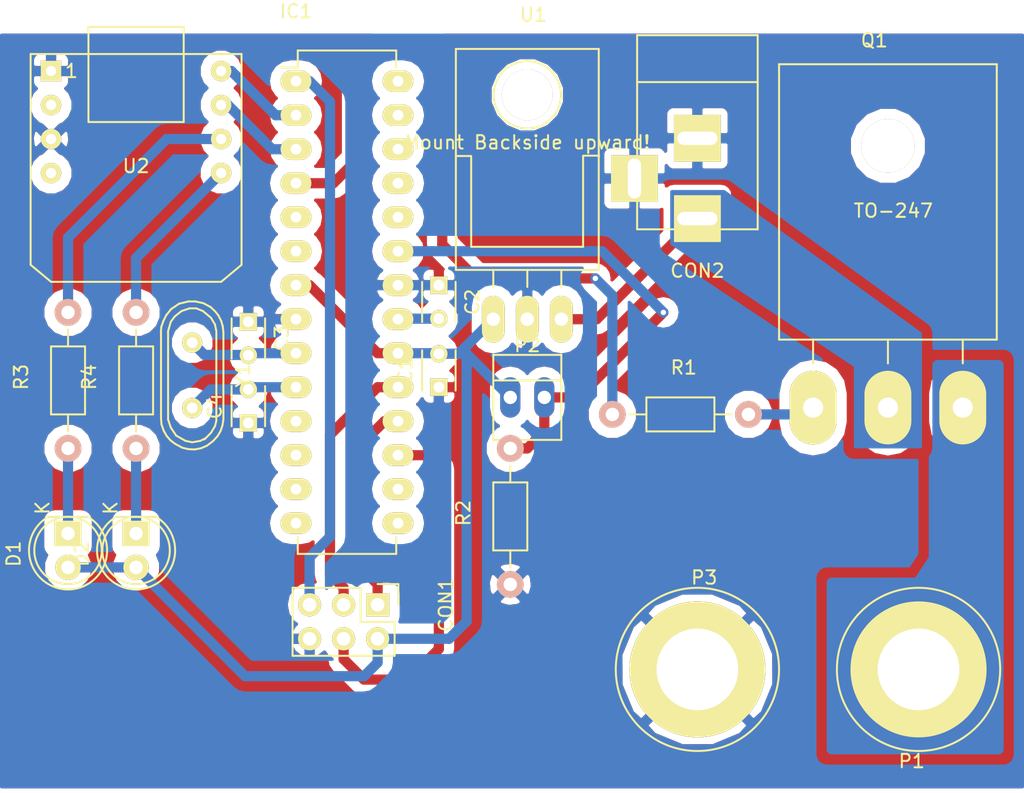
<source format=kicad_pcb>
(kicad_pcb (version 4) (host pcbnew 4.0.0-rc2-stable)

  (general
    (links 42)
    (no_connects 0)
    (area 0 0 0 0)
    (thickness 1.6)
    (drawings 0)
    (tracks 91)
    (zones 0)
    (modules 20)
    (nets 21)
  )

  (page A4)
  (layers
    (0 F.Cu signal)
    (31 B.Cu signal)
    (32 B.Adhes user)
    (33 F.Adhes user)
    (34 B.Paste user)
    (35 F.Paste user)
    (36 B.SilkS user)
    (37 F.SilkS user)
    (38 B.Mask user)
    (39 F.Mask user)
    (40 Dwgs.User user)
    (41 Cmts.User user)
    (42 Eco1.User user)
    (43 Eco2.User user)
    (44 Edge.Cuts user)
    (45 Margin user)
    (46 B.CrtYd user)
    (47 F.CrtYd user)
    (48 B.Fab user)
    (49 F.Fab user)
  )

  (setup
    (last_trace_width 0.762)
    (trace_clearance 0.762)
    (zone_clearance 0.762)
    (zone_45_only no)
    (trace_min 0.2)
    (segment_width 0.2)
    (edge_width 0.15)
    (via_size 0.6)
    (via_drill 0.4)
    (via_min_size 0.4)
    (via_min_drill 0.3)
    (uvia_size 0.3)
    (uvia_drill 0.1)
    (uvias_allowed no)
    (uvia_min_size 0.2)
    (uvia_min_drill 0.1)
    (pcb_text_width 0.3)
    (pcb_text_size 1.5 1.5)
    (mod_edge_width 0.15)
    (mod_text_size 1 1)
    (mod_text_width 0.15)
    (pad_size 3.50012 1.69926)
    (pad_drill 1.00076)
    (pad_to_mask_clearance 0.2)
    (aux_axis_origin 0 0)
    (visible_elements 7FFFFFFF)
    (pcbplotparams
      (layerselection 0x00030_80000001)
      (usegerberextensions false)
      (excludeedgelayer true)
      (linewidth 0.100000)
      (plotframeref false)
      (viasonmask false)
      (mode 1)
      (useauxorigin false)
      (hpglpennumber 1)
      (hpglpenspeed 20)
      (hpglpendiameter 15)
      (hpglpenoverlay 2)
      (psnegative false)
      (psa4output false)
      (plotreference true)
      (plotvalue true)
      (plotinvisibletext false)
      (padsonsilk false)
      (subtractmaskfromsilk false)
      (outputformat 1)
      (mirror false)
      (drillshape 1)
      (scaleselection 1)
      (outputdirectory ""))
  )

  (net 0 "")
  (net 1 GND)
  (net 2 +3V3)
  (net 3 "Net-(C2-Pad2)")
  (net 4 "Net-(C3-Pad2)")
  (net 5 "Net-(C4-Pad2)")
  (net 6 /MISO)
  (net 7 /SCK)
  (net 8 /MOSI)
  (net 9 /RST)
  (net 10 /heater)
  (net 11 /therm)
  (net 12 "Net-(P1-Pad1)")
  (net 13 +12V)
  (net 14 "Net-(Q1-Pad1)")
  (net 15 "Net-(D1-Pad1)")
  (net 16 "Net-(D2-Pad1)")
  (net 17 /RXD)
  (net 18 /TXD)
  (net 19 "Net-(R3-Pad2)")
  (net 20 "Net-(R4-Pad2)")

  (net_class Default "This is the default net class."
    (clearance 0.762)
    (trace_width 0.762)
    (via_dia 0.6)
    (via_drill 0.4)
    (uvia_dia 0.3)
    (uvia_drill 0.1)
    (add_net +12V)
    (add_net +3V3)
    (add_net /MISO)
    (add_net /MOSI)
    (add_net /RST)
    (add_net /RXD)
    (add_net /SCK)
    (add_net /TXD)
    (add_net /heater)
    (add_net /therm)
    (add_net GND)
    (add_net "Net-(C2-Pad2)")
    (add_net "Net-(C3-Pad2)")
    (add_net "Net-(C4-Pad2)")
    (add_net "Net-(D1-Pad1)")
    (add_net "Net-(D2-Pad1)")
    (add_net "Net-(P1-Pad1)")
    (add_net "Net-(Q1-Pad1)")
    (add_net "Net-(R3-Pad2)")
    (add_net "Net-(R4-Pad2)")
  )

  (module Capacitors_ThroughHole:C_Disc_D3_P2.5 (layer F.Cu) (tedit 0) (tstamp 56AF09DA)
    (at 171.196 64.008 90)
    (descr "Capacitor 3mm Disc, Pitch 2.5mm")
    (tags Capacitor)
    (path /56AF0958)
    (fp_text reference C1 (at 1.25 -2.5 90) (layer F.SilkS)
      (effects (font (size 1 1) (thickness 0.15)))
    )
    (fp_text value C (at 1.25 2.5 90) (layer F.Fab)
      (effects (font (size 1 1) (thickness 0.15)))
    )
    (fp_line (start -0.9 -1.5) (end 3.4 -1.5) (layer F.CrtYd) (width 0.05))
    (fp_line (start 3.4 -1.5) (end 3.4 1.5) (layer F.CrtYd) (width 0.05))
    (fp_line (start 3.4 1.5) (end -0.9 1.5) (layer F.CrtYd) (width 0.05))
    (fp_line (start -0.9 1.5) (end -0.9 -1.5) (layer F.CrtYd) (width 0.05))
    (fp_line (start -0.25 -1.25) (end 2.75 -1.25) (layer F.SilkS) (width 0.15))
    (fp_line (start 2.75 1.25) (end -0.25 1.25) (layer F.SilkS) (width 0.15))
    (pad 1 thru_hole rect (at 0 0 90) (size 1.3 1.3) (drill 0.8) (layers *.Cu *.Mask F.SilkS)
      (net 1 GND))
    (pad 2 thru_hole circle (at 2.5 0 90) (size 1.3 1.3) (drill 0.8001) (layers *.Cu *.Mask F.SilkS)
      (net 2 +3V3))
    (model Capacitors_ThroughHole.3dshapes/C_Disc_D3_P2.5.wrl
      (at (xyz 0.0492126 0 0))
      (scale (xyz 1 1 1))
      (rotate (xyz 0 0 0))
    )
  )

  (module Capacitors_ThroughHole:C_Disc_D3_P2.5 (layer F.Cu) (tedit 0) (tstamp 56AF09E0)
    (at 171.196 56.388 270)
    (descr "Capacitor 3mm Disc, Pitch 2.5mm")
    (tags Capacitor)
    (path /56AF08CA)
    (fp_text reference C2 (at 1.25 -2.5 270) (layer F.SilkS)
      (effects (font (size 1 1) (thickness 0.15)))
    )
    (fp_text value C (at 1.25 2.5 270) (layer F.Fab)
      (effects (font (size 1 1) (thickness 0.15)))
    )
    (fp_line (start -0.9 -1.5) (end 3.4 -1.5) (layer F.CrtYd) (width 0.05))
    (fp_line (start 3.4 -1.5) (end 3.4 1.5) (layer F.CrtYd) (width 0.05))
    (fp_line (start 3.4 1.5) (end -0.9 1.5) (layer F.CrtYd) (width 0.05))
    (fp_line (start -0.9 1.5) (end -0.9 -1.5) (layer F.CrtYd) (width 0.05))
    (fp_line (start -0.25 -1.25) (end 2.75 -1.25) (layer F.SilkS) (width 0.15))
    (fp_line (start 2.75 1.25) (end -0.25 1.25) (layer F.SilkS) (width 0.15))
    (pad 1 thru_hole rect (at 0 0 270) (size 1.3 1.3) (drill 0.8) (layers *.Cu *.Mask F.SilkS)
      (net 1 GND))
    (pad 2 thru_hole circle (at 2.5 0 270) (size 1.3 1.3) (drill 0.8001) (layers *.Cu *.Mask F.SilkS)
      (net 3 "Net-(C2-Pad2)"))
    (model Capacitors_ThroughHole.3dshapes/C_Disc_D3_P2.5.wrl
      (at (xyz 0.0492126 0 0))
      (scale (xyz 1 1 1))
      (rotate (xyz 0 0 0))
    )
  )

  (module Capacitors_ThroughHole:C_Disc_D3_P2.5 (layer F.Cu) (tedit 0) (tstamp 56AF09E6)
    (at 156.972 59.1185 270)
    (descr "Capacitor 3mm Disc, Pitch 2.5mm")
    (tags Capacitor)
    (path /56AEF93E)
    (fp_text reference C3 (at 1.25 -2.5 270) (layer F.SilkS)
      (effects (font (size 1 1) (thickness 0.15)))
    )
    (fp_text value C (at 1.25 2.5 270) (layer F.Fab)
      (effects (font (size 1 1) (thickness 0.15)))
    )
    (fp_line (start -0.9 -1.5) (end 3.4 -1.5) (layer F.CrtYd) (width 0.05))
    (fp_line (start 3.4 -1.5) (end 3.4 1.5) (layer F.CrtYd) (width 0.05))
    (fp_line (start 3.4 1.5) (end -0.9 1.5) (layer F.CrtYd) (width 0.05))
    (fp_line (start -0.9 1.5) (end -0.9 -1.5) (layer F.CrtYd) (width 0.05))
    (fp_line (start -0.25 -1.25) (end 2.75 -1.25) (layer F.SilkS) (width 0.15))
    (fp_line (start 2.75 1.25) (end -0.25 1.25) (layer F.SilkS) (width 0.15))
    (pad 1 thru_hole rect (at 0 0 270) (size 1.3 1.3) (drill 0.8) (layers *.Cu *.Mask F.SilkS)
      (net 1 GND))
    (pad 2 thru_hole circle (at 2.5 0 270) (size 1.3 1.3) (drill 0.8001) (layers *.Cu *.Mask F.SilkS)
      (net 4 "Net-(C3-Pad2)"))
    (model Capacitors_ThroughHole.3dshapes/C_Disc_D3_P2.5.wrl
      (at (xyz 0.0492126 0 0))
      (scale (xyz 1 1 1))
      (rotate (xyz 0 0 0))
    )
  )

  (module Capacitors_ThroughHole:C_Disc_D3_P2.5 (layer F.Cu) (tedit 0) (tstamp 56AF09EC)
    (at 156.972 66.675 90)
    (descr "Capacitor 3mm Disc, Pitch 2.5mm")
    (tags Capacitor)
    (path /56AEF99D)
    (fp_text reference C4 (at 1.25 -2.5 90) (layer F.SilkS)
      (effects (font (size 1 1) (thickness 0.15)))
    )
    (fp_text value C (at 1.25 2.5 90) (layer F.Fab)
      (effects (font (size 1 1) (thickness 0.15)))
    )
    (fp_line (start -0.9 -1.5) (end 3.4 -1.5) (layer F.CrtYd) (width 0.05))
    (fp_line (start 3.4 -1.5) (end 3.4 1.5) (layer F.CrtYd) (width 0.05))
    (fp_line (start 3.4 1.5) (end -0.9 1.5) (layer F.CrtYd) (width 0.05))
    (fp_line (start -0.9 1.5) (end -0.9 -1.5) (layer F.CrtYd) (width 0.05))
    (fp_line (start -0.25 -1.25) (end 2.75 -1.25) (layer F.SilkS) (width 0.15))
    (fp_line (start 2.75 1.25) (end -0.25 1.25) (layer F.SilkS) (width 0.15))
    (pad 1 thru_hole rect (at 0 0 90) (size 1.3 1.3) (drill 0.8) (layers *.Cu *.Mask F.SilkS)
      (net 1 GND))
    (pad 2 thru_hole circle (at 2.5 0 90) (size 1.3 1.3) (drill 0.8001) (layers *.Cu *.Mask F.SilkS)
      (net 5 "Net-(C4-Pad2)"))
    (model Capacitors_ThroughHole.3dshapes/C_Disc_D3_P2.5.wrl
      (at (xyz 0.0492126 0 0))
      (scale (xyz 1 1 1))
      (rotate (xyz 0 0 0))
    )
  )

  (module Pin_Headers:Pin_Header_Straight_2x03 (layer F.Cu) (tedit 54EA0A4B) (tstamp 56AF09F6)
    (at 166.624 80.264 270)
    (descr "Through hole pin header")
    (tags "pin header")
    (path /56AEF800)
    (fp_text reference CON1 (at 0 -5.1 270) (layer F.SilkS)
      (effects (font (size 1 1) (thickness 0.15)))
    )
    (fp_text value AVR-ISP-6 (at 0 -3.1 270) (layer F.Fab)
      (effects (font (size 1 1) (thickness 0.15)))
    )
    (fp_line (start -1.27 1.27) (end -1.27 6.35) (layer F.SilkS) (width 0.15))
    (fp_line (start -1.55 -1.55) (end 0 -1.55) (layer F.SilkS) (width 0.15))
    (fp_line (start -1.75 -1.75) (end -1.75 6.85) (layer F.CrtYd) (width 0.05))
    (fp_line (start 4.3 -1.75) (end 4.3 6.85) (layer F.CrtYd) (width 0.05))
    (fp_line (start -1.75 -1.75) (end 4.3 -1.75) (layer F.CrtYd) (width 0.05))
    (fp_line (start -1.75 6.85) (end 4.3 6.85) (layer F.CrtYd) (width 0.05))
    (fp_line (start 1.27 -1.27) (end 1.27 1.27) (layer F.SilkS) (width 0.15))
    (fp_line (start 1.27 1.27) (end -1.27 1.27) (layer F.SilkS) (width 0.15))
    (fp_line (start -1.27 6.35) (end 3.81 6.35) (layer F.SilkS) (width 0.15))
    (fp_line (start 3.81 6.35) (end 3.81 1.27) (layer F.SilkS) (width 0.15))
    (fp_line (start -1.55 -1.55) (end -1.55 0) (layer F.SilkS) (width 0.15))
    (fp_line (start 3.81 -1.27) (end 1.27 -1.27) (layer F.SilkS) (width 0.15))
    (fp_line (start 3.81 1.27) (end 3.81 -1.27) (layer F.SilkS) (width 0.15))
    (pad 1 thru_hole rect (at 0 0 270) (size 1.7272 1.7272) (drill 1.016) (layers *.Cu *.Mask F.SilkS)
      (net 6 /MISO))
    (pad 2 thru_hole oval (at 2.54 0 270) (size 1.7272 1.7272) (drill 1.016) (layers *.Cu *.Mask F.SilkS)
      (net 2 +3V3))
    (pad 3 thru_hole oval (at 0 2.54 270) (size 1.7272 1.7272) (drill 1.016) (layers *.Cu *.Mask F.SilkS)
      (net 7 /SCK))
    (pad 4 thru_hole oval (at 2.54 2.54 270) (size 1.7272 1.7272) (drill 1.016) (layers *.Cu *.Mask F.SilkS)
      (net 8 /MOSI))
    (pad 5 thru_hole oval (at 0 5.08 270) (size 1.7272 1.7272) (drill 1.016) (layers *.Cu *.Mask F.SilkS)
      (net 9 /RST))
    (pad 6 thru_hole oval (at 2.54 5.08 270) (size 1.7272 1.7272) (drill 1.016) (layers *.Cu *.Mask F.SilkS)
      (net 1 GND))
    (model Pin_Headers.3dshapes/Pin_Header_Straight_2x03.wrl
      (at (xyz 0.05 -0.1 0))
      (scale (xyz 1 1 1))
      (rotate (xyz 0 0 90))
    )
  )

  (module Housings_DIP:DIP-28_W7.62mm_LongPads (layer F.Cu) (tedit 54130A77) (tstamp 56AF0A16)
    (at 160.528 41.148)
    (descr "28-lead dip package, row spacing 7.62 mm (300 mils), longer pads")
    (tags "dil dip 2.54 300")
    (path /56AEF7E8)
    (fp_text reference IC1 (at 0 -5.22) (layer F.SilkS)
      (effects (font (size 1 1) (thickness 0.15)))
    )
    (fp_text value ATMEGA328-P (at 0 -3.72) (layer F.Fab)
      (effects (font (size 1 1) (thickness 0.15)))
    )
    (fp_line (start -1.4 -2.45) (end -1.4 35.5) (layer F.CrtYd) (width 0.05))
    (fp_line (start 9 -2.45) (end 9 35.5) (layer F.CrtYd) (width 0.05))
    (fp_line (start -1.4 -2.45) (end 9 -2.45) (layer F.CrtYd) (width 0.05))
    (fp_line (start -1.4 35.5) (end 9 35.5) (layer F.CrtYd) (width 0.05))
    (fp_line (start 0.135 -2.295) (end 0.135 -1.025) (layer F.SilkS) (width 0.15))
    (fp_line (start 7.485 -2.295) (end 7.485 -1.025) (layer F.SilkS) (width 0.15))
    (fp_line (start 7.485 35.315) (end 7.485 34.045) (layer F.SilkS) (width 0.15))
    (fp_line (start 0.135 35.315) (end 0.135 34.045) (layer F.SilkS) (width 0.15))
    (fp_line (start 0.135 -2.295) (end 7.485 -2.295) (layer F.SilkS) (width 0.15))
    (fp_line (start 0.135 35.315) (end 7.485 35.315) (layer F.SilkS) (width 0.15))
    (fp_line (start 0.135 -1.025) (end -1.15 -1.025) (layer F.SilkS) (width 0.15))
    (pad 1 thru_hole oval (at 0 0) (size 2.3 1.6) (drill 0.8) (layers *.Cu *.Mask F.SilkS)
      (net 9 /RST))
    (pad 2 thru_hole oval (at 0 2.54) (size 2.3 1.6) (drill 0.8) (layers *.Cu *.Mask F.SilkS)
      (net 17 /RXD))
    (pad 3 thru_hole oval (at 0 5.08) (size 2.3 1.6) (drill 0.8) (layers *.Cu *.Mask F.SilkS)
      (net 18 /TXD))
    (pad 4 thru_hole oval (at 0 7.62) (size 2.3 1.6) (drill 0.8) (layers *.Cu *.Mask F.SilkS)
      (net 10 /heater))
    (pad 5 thru_hole oval (at 0 10.16) (size 2.3 1.6) (drill 0.8) (layers *.Cu *.Mask F.SilkS))
    (pad 6 thru_hole oval (at 0 12.7) (size 2.3 1.6) (drill 0.8) (layers *.Cu *.Mask F.SilkS))
    (pad 7 thru_hole oval (at 0 15.24) (size 2.3 1.6) (drill 0.8) (layers *.Cu *.Mask F.SilkS)
      (net 2 +3V3))
    (pad 8 thru_hole oval (at 0 17.78) (size 2.3 1.6) (drill 0.8) (layers *.Cu *.Mask F.SilkS)
      (net 1 GND))
    (pad 9 thru_hole oval (at 0 20.32) (size 2.3 1.6) (drill 0.8) (layers *.Cu *.Mask F.SilkS)
      (net 4 "Net-(C3-Pad2)"))
    (pad 10 thru_hole oval (at 0 22.86) (size 2.3 1.6) (drill 0.8) (layers *.Cu *.Mask F.SilkS)
      (net 5 "Net-(C4-Pad2)"))
    (pad 11 thru_hole oval (at 0 25.4) (size 2.3 1.6) (drill 0.8) (layers *.Cu *.Mask F.SilkS))
    (pad 12 thru_hole oval (at 0 27.94) (size 2.3 1.6) (drill 0.8) (layers *.Cu *.Mask F.SilkS))
    (pad 13 thru_hole oval (at 0 30.48) (size 2.3 1.6) (drill 0.8) (layers *.Cu *.Mask F.SilkS))
    (pad 14 thru_hole oval (at 0 33.02) (size 2.3 1.6) (drill 0.8) (layers *.Cu *.Mask F.SilkS))
    (pad 15 thru_hole oval (at 7.62 33.02) (size 2.3 1.6) (drill 0.8) (layers *.Cu *.Mask F.SilkS))
    (pad 16 thru_hole oval (at 7.62 30.48) (size 2.3 1.6) (drill 0.8) (layers *.Cu *.Mask F.SilkS))
    (pad 17 thru_hole oval (at 7.62 27.94) (size 2.3 1.6) (drill 0.8) (layers *.Cu *.Mask F.SilkS)
      (net 8 /MOSI))
    (pad 18 thru_hole oval (at 7.62 25.4) (size 2.3 1.6) (drill 0.8) (layers *.Cu *.Mask F.SilkS)
      (net 6 /MISO))
    (pad 19 thru_hole oval (at 7.62 22.86) (size 2.3 1.6) (drill 0.8) (layers *.Cu *.Mask F.SilkS)
      (net 7 /SCK))
    (pad 20 thru_hole oval (at 7.62 20.32) (size 2.3 1.6) (drill 0.8) (layers *.Cu *.Mask F.SilkS)
      (net 2 +3V3))
    (pad 21 thru_hole oval (at 7.62 17.78) (size 2.3 1.6) (drill 0.8) (layers *.Cu *.Mask F.SilkS)
      (net 3 "Net-(C2-Pad2)"))
    (pad 22 thru_hole oval (at 7.62 15.24) (size 2.3 1.6) (drill 0.8) (layers *.Cu *.Mask F.SilkS)
      (net 1 GND))
    (pad 23 thru_hole oval (at 7.62 12.7) (size 2.3 1.6) (drill 0.8) (layers *.Cu *.Mask F.SilkS)
      (net 11 /therm))
    (pad 24 thru_hole oval (at 7.62 10.16) (size 2.3 1.6) (drill 0.8) (layers *.Cu *.Mask F.SilkS))
    (pad 25 thru_hole oval (at 7.62 7.62) (size 2.3 1.6) (drill 0.8) (layers *.Cu *.Mask F.SilkS))
    (pad 26 thru_hole oval (at 7.62 5.08) (size 2.3 1.6) (drill 0.8) (layers *.Cu *.Mask F.SilkS))
    (pad 27 thru_hole oval (at 7.62 2.54) (size 2.3 1.6) (drill 0.8) (layers *.Cu *.Mask F.SilkS))
    (pad 28 thru_hole oval (at 7.62 0) (size 2.3 1.6) (drill 0.8) (layers *.Cu *.Mask F.SilkS))
    (model Housings_DIP.3dshapes/DIP-28_W7.62mm_LongPads.wrl
      (at (xyz 0 0 0))
      (scale (xyz 1 1 1))
      (rotate (xyz 0 0 0))
    )
  )

  (module Connect:PINHEAD1-2 (layer F.Cu) (tedit 0) (tstamp 56AF0A22)
    (at 177.8 64.77)
    (path /56AF028B)
    (attr virtual)
    (fp_text reference P2 (at 0 -3.9) (layer F.SilkS)
      (effects (font (size 1 1) (thickness 0.15)))
    )
    (fp_text value CONN_01X02 (at 0 3.81) (layer F.Fab)
      (effects (font (size 1 1) (thickness 0.15)))
    )
    (fp_line (start 2.54 -1.27) (end -2.54 -1.27) (layer F.SilkS) (width 0.15))
    (fp_line (start 2.54 3.175) (end -2.54 3.175) (layer F.SilkS) (width 0.15))
    (fp_line (start -2.54 -3.175) (end 2.54 -3.175) (layer F.SilkS) (width 0.15))
    (fp_line (start -2.54 -3.175) (end -2.54 3.175) (layer F.SilkS) (width 0.15))
    (fp_line (start 2.54 -3.175) (end 2.54 3.175) (layer F.SilkS) (width 0.15))
    (pad 1 thru_hole oval (at -1.27 0) (size 1.50622 3.01498) (drill 0.99822) (layers *.Cu *.Mask)
      (net 2 +3V3))
    (pad 2 thru_hole oval (at 1.27 0) (size 1.50622 3.01498) (drill 0.99822) (layers *.Cu *.Mask)
      (net 11 /therm))
  )

  (module TO_SOT_Packages_THT:TO-247_Horizontal_Neutral123_largePads (layer F.Cu) (tedit 56AF0FBD) (tstamp 56AF0A2A)
    (at 204.724 65.532)
    (descr "Transistor FET TO-247 TO-218 TOP-3, 1=Gate 2=Drain 3=Source, lying horizontal, Front upward, large Pads")
    (tags "Transistor FET GDS TO-247 TO-218 TOP-3 large Pads")
    (path /56AF000F)
    (fp_text reference Q1 (at -1.016 -27.432) (layer F.SilkS)
      (effects (font (size 1 1) (thickness 0.15)))
    )
    (fp_text value TIP142 (at 1.27 5.334) (layer F.Fab)
      (effects (font (size 1 1) (thickness 0.15)))
    )
    (fp_line (start -5.588 -3.302) (end -5.588 -5.08) (layer F.SilkS) (width 0.15))
    (fp_line (start 0 -3.302) (end 0 -5.08) (layer F.SilkS) (width 0.15))
    (fp_line (start 5.588 -3.302) (end 5.588 -5.08) (layer F.SilkS) (width 0.15))
    (fp_text user TO-247 (at 0.4064 -14.7066) (layer F.SilkS)
      (effects (font (size 1 1) (thickness 0.15)))
    )
    (fp_circle (center 0 -19.558) (end 1.778 -19.558) (layer F.SilkS) (width 0.15))
    (fp_line (start 8.128 -25.654) (end 8.128 -5.08) (layer F.SilkS) (width 0.15))
    (fp_line (start -8.128 -25.654) (end 8.128 -25.654) (layer F.SilkS) (width 0.15))
    (fp_line (start -8.128 -5.08) (end -8.128 -25.654) (layer F.SilkS) (width 0.15))
    (fp_line (start 8.128 -5.08) (end -8.128 -5.08) (layer F.SilkS) (width 0.15))
    (pad 2 thru_hole oval (at 0 0 90) (size 5.50164 3.50012) (drill 1.50114) (layers *.Cu *.Mask F.SilkS)
      (net 13 +12V))
    (pad 1 thru_hole oval (at -5.588 0 90) (size 5.50164 3.50012) (drill 1.50114) (layers *.Cu *.Mask F.SilkS)
      (net 14 "Net-(Q1-Pad1)"))
    (pad 3 thru_hole oval (at 5.588 0 90) (size 5.50164 3.50012) (drill 1.50114) (layers *.Cu *.Mask F.SilkS)
      (net 12 "Net-(P1-Pad1)"))
    (pad "" thru_hole circle (at 0 -19.558) (size 4.0005 4.0005) (drill 4.0005) (layers *.Cu *.Mask F.SilkS))
  )

  (module Resistors_ThroughHole:Resistor_Horizontal_RM10mm (layer F.Cu) (tedit 53F56209) (tstamp 56AF0A30)
    (at 189.23 66.04)
    (descr "Resistor, Axial,  RM 10mm, 1/3W,")
    (tags "Resistor, Axial, RM 10mm, 1/3W,")
    (path /56AF00B9)
    (fp_text reference R1 (at 0.24892 -3.50012) (layer F.SilkS)
      (effects (font (size 1 1) (thickness 0.15)))
    )
    (fp_text value 1K (at 3.81 3.81) (layer F.Fab)
      (effects (font (size 1 1) (thickness 0.15)))
    )
    (fp_line (start -2.54 -1.27) (end 2.54 -1.27) (layer F.SilkS) (width 0.15))
    (fp_line (start 2.54 -1.27) (end 2.54 1.27) (layer F.SilkS) (width 0.15))
    (fp_line (start 2.54 1.27) (end -2.54 1.27) (layer F.SilkS) (width 0.15))
    (fp_line (start -2.54 1.27) (end -2.54 -1.27) (layer F.SilkS) (width 0.15))
    (fp_line (start -2.54 0) (end -3.81 0) (layer F.SilkS) (width 0.15))
    (fp_line (start 2.54 0) (end 3.81 0) (layer F.SilkS) (width 0.15))
    (pad 1 thru_hole circle (at -5.08 0) (size 1.99898 1.99898) (drill 1.00076) (layers *.Cu *.SilkS *.Mask)
      (net 10 /heater))
    (pad 2 thru_hole circle (at 5.08 0) (size 1.99898 1.99898) (drill 1.00076) (layers *.Cu *.SilkS *.Mask)
      (net 14 "Net-(Q1-Pad1)"))
    (model Resistors_ThroughHole.3dshapes/Resistor_Horizontal_RM10mm.wrl
      (at (xyz 0 0 0))
      (scale (xyz 0.4 0.4 0.4))
      (rotate (xyz 0 0 0))
    )
  )

  (module Resistors_ThroughHole:Resistor_Horizontal_RM10mm (layer F.Cu) (tedit 53F56209) (tstamp 56AF0A36)
    (at 176.53 73.66 90)
    (descr "Resistor, Axial,  RM 10mm, 1/3W,")
    (tags "Resistor, Axial, RM 10mm, 1/3W,")
    (path /56AEF9F5)
    (fp_text reference R2 (at 0.24892 -3.50012 90) (layer F.SilkS)
      (effects (font (size 1 1) (thickness 0.15)))
    )
    (fp_text value 10K (at 3.81 3.81 90) (layer F.Fab)
      (effects (font (size 1 1) (thickness 0.15)))
    )
    (fp_line (start -2.54 -1.27) (end 2.54 -1.27) (layer F.SilkS) (width 0.15))
    (fp_line (start 2.54 -1.27) (end 2.54 1.27) (layer F.SilkS) (width 0.15))
    (fp_line (start 2.54 1.27) (end -2.54 1.27) (layer F.SilkS) (width 0.15))
    (fp_line (start -2.54 1.27) (end -2.54 -1.27) (layer F.SilkS) (width 0.15))
    (fp_line (start -2.54 0) (end -3.81 0) (layer F.SilkS) (width 0.15))
    (fp_line (start 2.54 0) (end 3.81 0) (layer F.SilkS) (width 0.15))
    (pad 1 thru_hole circle (at -5.08 0 90) (size 1.99898 1.99898) (drill 1.00076) (layers *.Cu *.SilkS *.Mask)
      (net 1 GND))
    (pad 2 thru_hole circle (at 5.08 0 90) (size 1.99898 1.99898) (drill 1.00076) (layers *.Cu *.SilkS *.Mask)
      (net 11 /therm))
    (model Resistors_ThroughHole.3dshapes/Resistor_Horizontal_RM10mm.wrl
      (at (xyz 0 0 0))
      (scale (xyz 0.4 0.4 0.4))
      (rotate (xyz 0 0 0))
    )
  )

  (module TO_SOT_Packages_THT:TO-220_Neutral123_Horizontal_Reverse_LargePads (layer F.Cu) (tedit 56AF110D) (tstamp 56AF0A3E)
    (at 177.8 58.928)
    (descr "TO-220, Neutral, Horizontal, Reverse, Large Pads,")
    (tags "TO-220, Neutral, Horizontal,  Reverse, Large Pads,")
    (path /56AF156B)
    (fp_text reference U1 (at 0.44958 -22.75078) (layer F.SilkS)
      (effects (font (size 1 1) (thickness 0.15)))
    )
    (fp_text value OKI-78SR-3.3 (at 1.27 3.81) (layer F.Fab)
      (effects (font (size 1 1) (thickness 0.15)))
    )
    (fp_line (start -2.54 -3.683) (end -2.54 -2.413) (layer F.SilkS) (width 0.15))
    (fp_line (start 0 -3.683) (end 0 -2.413) (layer F.SilkS) (width 0.15))
    (fp_line (start 2.54 -3.683) (end 2.54 -2.413) (layer F.SilkS) (width 0.15))
    (fp_text user "Mount Backside upward!" (at 0 -13.208) (layer F.SilkS)
      (effects (font (size 1 1) (thickness 0.15)))
    )
    (fp_line (start 4.1656 -12.2174) (end 5.3594 -12.2174) (layer F.SilkS) (width 0.15))
    (fp_line (start -4.191 -12.192) (end -5.334 -12.192) (layer F.SilkS) (width 0.15))
    (fp_line (start -4.191 -5.4102) (end -4.191 -12.1666) (layer F.SilkS) (width 0.15))
    (fp_line (start 4.1656 -12.192) (end 4.1656 -5.4102) (layer F.SilkS) (width 0.15))
    (fp_line (start 4.1656 -5.4102) (end -4.1656 -5.4102) (layer F.SilkS) (width 0.15))
    (fp_circle (center 0 -16.764) (end 1.778 -14.986) (layer F.SilkS) (width 0.15))
    (fp_line (start 5.334 -12.192) (end 5.334 -20.193) (layer F.SilkS) (width 0.15))
    (fp_line (start 5.334 -20.193) (end -5.334 -20.193) (layer F.SilkS) (width 0.15))
    (fp_line (start -5.334 -20.193) (end -5.334 -12.192) (layer F.SilkS) (width 0.15))
    (fp_line (start 5.334 -3.683) (end 5.334 -12.192) (layer F.SilkS) (width 0.15))
    (fp_line (start -5.334 -12.192) (end -5.334 -3.683) (layer F.SilkS) (width 0.15))
    (fp_line (start 0 -3.683) (end -5.334 -3.683) (layer F.SilkS) (width 0.15))
    (fp_line (start 0 -3.683) (end 5.334 -3.683) (layer F.SilkS) (width 0.15))
    (pad GND thru_hole oval (at 0 0 90) (size 3.50012 1.69926) (drill 1.00076) (layers *.Cu *.Mask F.SilkS)
      (net 1 GND))
    (pad VO thru_hole oval (at -2.54 0 90) (size 3.50012 1.69926) (drill 1.00076) (layers *.Cu *.Mask F.SilkS)
      (net 2 +3V3))
    (pad VI thru_hole oval (at 2.54 0 90) (size 3.50012 1.69926) (drill 1.00076) (layers *.Cu *.Mask F.SilkS)
      (net 13 +12V))
    (pad "" thru_hole circle (at 0 -16.764 90) (size 3.79984 3.79984) (drill 3.79984) (layers *.Cu *.Mask F.SilkS))
    (model TO_SOT_Packages_THT.3dshapes/TO-220_Neutral123_Horizontal_Reverse_LargePads.wrl
      (at (xyz 0 0 0))
      (scale (xyz 0.3937 0.3937 0.3937))
      (rotate (xyz 0 0 0))
    )
  )

  (module Crystals:Crystal_HC49-U_Vertical (layer F.Cu) (tedit 0) (tstamp 56AF0A44)
    (at 152.781 63.119 270)
    (descr "Crystal, Quarz, HC49/U, vertical, stehend,")
    (tags "Crystal, Quarz, HC49/U, vertical, stehend,")
    (path /56AEF86B)
    (fp_text reference Y1 (at 0 -3.81 270) (layer F.SilkS)
      (effects (font (size 1 1) (thickness 0.15)))
    )
    (fp_text value "20 MHz" (at 0 3.81 270) (layer F.Fab)
      (effects (font (size 1 1) (thickness 0.15)))
    )
    (fp_line (start 4.699 -1.00076) (end 4.89966 -0.59944) (layer F.SilkS) (width 0.15))
    (fp_line (start 4.89966 -0.59944) (end 5.00126 0) (layer F.SilkS) (width 0.15))
    (fp_line (start 5.00126 0) (end 4.89966 0.50038) (layer F.SilkS) (width 0.15))
    (fp_line (start 4.89966 0.50038) (end 4.50088 1.19888) (layer F.SilkS) (width 0.15))
    (fp_line (start 4.50088 1.19888) (end 3.8989 1.6002) (layer F.SilkS) (width 0.15))
    (fp_line (start 3.8989 1.6002) (end 3.29946 1.80086) (layer F.SilkS) (width 0.15))
    (fp_line (start 3.29946 1.80086) (end -3.29946 1.80086) (layer F.SilkS) (width 0.15))
    (fp_line (start -3.29946 1.80086) (end -4.0005 1.6002) (layer F.SilkS) (width 0.15))
    (fp_line (start -4.0005 1.6002) (end -4.39928 1.30048) (layer F.SilkS) (width 0.15))
    (fp_line (start -4.39928 1.30048) (end -4.8006 0.8001) (layer F.SilkS) (width 0.15))
    (fp_line (start -4.8006 0.8001) (end -5.00126 0.20066) (layer F.SilkS) (width 0.15))
    (fp_line (start -5.00126 0.20066) (end -5.00126 -0.29972) (layer F.SilkS) (width 0.15))
    (fp_line (start -5.00126 -0.29972) (end -4.8006 -0.8001) (layer F.SilkS) (width 0.15))
    (fp_line (start -4.8006 -0.8001) (end -4.30022 -1.39954) (layer F.SilkS) (width 0.15))
    (fp_line (start -4.30022 -1.39954) (end -3.79984 -1.69926) (layer F.SilkS) (width 0.15))
    (fp_line (start -3.79984 -1.69926) (end -3.29946 -1.80086) (layer F.SilkS) (width 0.15))
    (fp_line (start -3.2004 -1.80086) (end 3.40106 -1.80086) (layer F.SilkS) (width 0.15))
    (fp_line (start 3.40106 -1.80086) (end 3.79984 -1.69926) (layer F.SilkS) (width 0.15))
    (fp_line (start 3.79984 -1.69926) (end 4.30022 -1.39954) (layer F.SilkS) (width 0.15))
    (fp_line (start 4.30022 -1.39954) (end 4.8006 -0.89916) (layer F.SilkS) (width 0.15))
    (fp_line (start -3.19024 -2.32918) (end -3.64998 -2.28092) (layer F.SilkS) (width 0.15))
    (fp_line (start -3.64998 -2.28092) (end -4.04876 -2.16916) (layer F.SilkS) (width 0.15))
    (fp_line (start -4.04876 -2.16916) (end -4.48056 -1.95072) (layer F.SilkS) (width 0.15))
    (fp_line (start -4.48056 -1.95072) (end -4.77012 -1.71958) (layer F.SilkS) (width 0.15))
    (fp_line (start -4.77012 -1.71958) (end -5.10032 -1.36906) (layer F.SilkS) (width 0.15))
    (fp_line (start -5.10032 -1.36906) (end -5.38988 -0.83058) (layer F.SilkS) (width 0.15))
    (fp_line (start -5.38988 -0.83058) (end -5.51942 -0.23114) (layer F.SilkS) (width 0.15))
    (fp_line (start -5.51942 -0.23114) (end -5.51942 0.2794) (layer F.SilkS) (width 0.15))
    (fp_line (start -5.51942 0.2794) (end -5.34924 0.98044) (layer F.SilkS) (width 0.15))
    (fp_line (start -5.34924 0.98044) (end -4.95046 1.56972) (layer F.SilkS) (width 0.15))
    (fp_line (start -4.95046 1.56972) (end -4.49072 1.94056) (layer F.SilkS) (width 0.15))
    (fp_line (start -4.49072 1.94056) (end -4.06908 2.14884) (layer F.SilkS) (width 0.15))
    (fp_line (start -4.06908 2.14884) (end -3.6195 2.30886) (layer F.SilkS) (width 0.15))
    (fp_line (start -3.6195 2.30886) (end -3.18008 2.33934) (layer F.SilkS) (width 0.15))
    (fp_line (start 4.16052 2.1209) (end 4.53898 1.89992) (layer F.SilkS) (width 0.15))
    (fp_line (start 4.53898 1.89992) (end 4.85902 1.62052) (layer F.SilkS) (width 0.15))
    (fp_line (start 4.85902 1.62052) (end 5.11048 1.29032) (layer F.SilkS) (width 0.15))
    (fp_line (start 5.11048 1.29032) (end 5.4102 0.73914) (layer F.SilkS) (width 0.15))
    (fp_line (start 5.4102 0.73914) (end 5.51942 0.26924) (layer F.SilkS) (width 0.15))
    (fp_line (start 5.51942 0.26924) (end 5.53974 -0.1905) (layer F.SilkS) (width 0.15))
    (fp_line (start 5.53974 -0.1905) (end 5.45084 -0.65024) (layer F.SilkS) (width 0.15))
    (fp_line (start 5.45084 -0.65024) (end 5.26034 -1.09982) (layer F.SilkS) (width 0.15))
    (fp_line (start 5.26034 -1.09982) (end 4.89966 -1.56972) (layer F.SilkS) (width 0.15))
    (fp_line (start 4.89966 -1.56972) (end 4.54914 -1.88976) (layer F.SilkS) (width 0.15))
    (fp_line (start 4.54914 -1.88976) (end 4.16052 -2.1209) (layer F.SilkS) (width 0.15))
    (fp_line (start 4.16052 -2.1209) (end 3.73126 -2.2606) (layer F.SilkS) (width 0.15))
    (fp_line (start 3.73126 -2.2606) (end 3.2893 -2.32918) (layer F.SilkS) (width 0.15))
    (fp_line (start -3.2004 2.32918) (end 3.2512 2.32918) (layer F.SilkS) (width 0.15))
    (fp_line (start 3.2512 2.32918) (end 3.6703 2.29108) (layer F.SilkS) (width 0.15))
    (fp_line (start 3.6703 2.29108) (end 4.16052 2.1209) (layer F.SilkS) (width 0.15))
    (fp_line (start -3.2004 -2.32918) (end 3.2512 -2.32918) (layer F.SilkS) (width 0.15))
    (pad 1 thru_hole circle (at -2.44094 0 270) (size 1.50114 1.50114) (drill 0.8001) (layers *.Cu *.Mask F.SilkS)
      (net 4 "Net-(C3-Pad2)"))
    (pad 2 thru_hole circle (at 2.44094 0 270) (size 1.50114 1.50114) (drill 0.8001) (layers *.Cu *.Mask F.SilkS)
      (net 5 "Net-(C4-Pad2)"))
  )

  (module Connect:BARREL_JACK (layer F.Cu) (tedit 0) (tstamp 56AF12CA)
    (at 190.5 45.212 270)
    (descr "DC Barrel Jack")
    (tags "Power Jack")
    (path /56AF21D8)
    (fp_text reference CON2 (at 10.09904 0 360) (layer F.SilkS)
      (effects (font (size 1 1) (thickness 0.15)))
    )
    (fp_text value BARREL_JACK (at 0 -5.99948 270) (layer F.Fab)
      (effects (font (size 1 1) (thickness 0.15)))
    )
    (fp_line (start -4.0005 -4.50088) (end -4.0005 4.50088) (layer F.SilkS) (width 0.15))
    (fp_line (start -7.50062 -4.50088) (end -7.50062 4.50088) (layer F.SilkS) (width 0.15))
    (fp_line (start -7.50062 4.50088) (end 7.00024 4.50088) (layer F.SilkS) (width 0.15))
    (fp_line (start 7.00024 4.50088) (end 7.00024 -4.50088) (layer F.SilkS) (width 0.15))
    (fp_line (start 7.00024 -4.50088) (end -7.50062 -4.50088) (layer F.SilkS) (width 0.15))
    (pad 1 thru_hole rect (at 6.20014 0 270) (size 3.50012 3.50012) (drill oval 1.00076 2.99974) (layers *.Cu *.Mask F.SilkS)
      (net 13 +12V))
    (pad 2 thru_hole rect (at 0.20066 0 270) (size 3.50012 3.50012) (drill oval 1.00076 2.99974) (layers *.Cu *.Mask F.SilkS)
      (net 1 GND))
    (pad 3 thru_hole rect (at 3.2004 4.699 270) (size 3.50012 3.50012) (drill oval 2.99974 1.00076) (layers *.Cu *.Mask F.SilkS)
      (net 1 GND))
  )

  (module Connect:Banana_Jack_1Pin (layer F.Cu) (tedit 0) (tstamp 56EDBFFF)
    (at 207.01 85.09 180)
    (descr "Single banana socket, footprint - 6mm drill")
    (tags "banana socket")
    (path /56EDC046)
    (fp_text reference P1 (at 0.508 -6.858 180) (layer F.SilkS)
      (effects (font (size 1 1) (thickness 0.15)))
    )
    (fp_text value Heater+ (at 0.762 -8.382 180) (layer F.Fab)
      (effects (font (size 1 1) (thickness 0.15)))
    )
    (fp_circle (center 0 0) (end 0 -6.096) (layer F.SilkS) (width 0.15))
    (pad 1 thru_hole circle (at 0 0 180) (size 10.16 10.16) (drill 6.096) (layers *.Cu *.Mask F.SilkS)
      (net 12 "Net-(P1-Pad1)"))
    (model Connect.3dshapes/Banana_Jack_1Pin.wrl
      (at (xyz 0 0 0))
      (scale (xyz 2 2 2))
      (rotate (xyz 0 0 0))
    )
  )

  (module Connect:Banana_Jack_1Pin (layer F.Cu) (tedit 0) (tstamp 56EDC007)
    (at 190.5 85.09)
    (descr "Single banana socket, footprint - 6mm drill")
    (tags "banana socket")
    (path /56EDC11B)
    (fp_text reference P3 (at 0.508 -6.858) (layer F.SilkS)
      (effects (font (size 1 1) (thickness 0.15)))
    )
    (fp_text value Heater- (at 0.762 -8.382) (layer F.Fab)
      (effects (font (size 1 1) (thickness 0.15)))
    )
    (fp_circle (center 0 0) (end 0 -6.096) (layer F.SilkS) (width 0.15))
    (pad 1 thru_hole circle (at 0 0) (size 10.16 10.16) (drill 6.096) (layers *.Cu *.Mask F.SilkS)
      (net 1 GND))
    (model Connect.3dshapes/Banana_Jack_1Pin.wrl
      (at (xyz 0 0 0))
      (scale (xyz 2 2 2))
      (rotate (xyz 0 0 0))
    )
  )

  (module Resistors_ThroughHole:Resistor_Horizontal_RM10mm (layer F.Cu) (tedit 53F56209) (tstamp 56F2EE4F)
    (at 143.51 63.5 90)
    (descr "Resistor, Axial,  RM 10mm, 1/3W,")
    (tags "Resistor, Axial, RM 10mm, 1/3W,")
    (path /56F2F1ED)
    (fp_text reference R3 (at 0.24892 -3.50012 90) (layer F.SilkS)
      (effects (font (size 1 1) (thickness 0.15)))
    )
    (fp_text value 1K (at 3.81 3.81 90) (layer F.Fab)
      (effects (font (size 1 1) (thickness 0.15)))
    )
    (fp_line (start -2.54 -1.27) (end 2.54 -1.27) (layer F.SilkS) (width 0.15))
    (fp_line (start 2.54 -1.27) (end 2.54 1.27) (layer F.SilkS) (width 0.15))
    (fp_line (start 2.54 1.27) (end -2.54 1.27) (layer F.SilkS) (width 0.15))
    (fp_line (start -2.54 1.27) (end -2.54 -1.27) (layer F.SilkS) (width 0.15))
    (fp_line (start -2.54 0) (end -3.81 0) (layer F.SilkS) (width 0.15))
    (fp_line (start 2.54 0) (end 3.81 0) (layer F.SilkS) (width 0.15))
    (pad 1 thru_hole circle (at -5.08 0 90) (size 1.99898 1.99898) (drill 1.00076) (layers *.Cu *.SilkS *.Mask)
      (net 15 "Net-(D1-Pad1)"))
    (pad 2 thru_hole circle (at 5.08 0 90) (size 1.99898 1.99898) (drill 1.00076) (layers *.Cu *.SilkS *.Mask)
      (net 19 "Net-(R3-Pad2)"))
    (model Resistors_ThroughHole.3dshapes/Resistor_Horizontal_RM10mm.wrl
      (at (xyz 0 0 0))
      (scale (xyz 0.4 0.4 0.4))
      (rotate (xyz 0 0 0))
    )
  )

  (module Resistors_ThroughHole:Resistor_Horizontal_RM10mm (layer F.Cu) (tedit 53F56209) (tstamp 56F2EE55)
    (at 148.59 63.5 90)
    (descr "Resistor, Axial,  RM 10mm, 1/3W,")
    (tags "Resistor, Axial, RM 10mm, 1/3W,")
    (path /56F2F10E)
    (fp_text reference R4 (at 0.24892 -3.50012 90) (layer F.SilkS)
      (effects (font (size 1 1) (thickness 0.15)))
    )
    (fp_text value 1K (at 3.81 3.81 90) (layer F.Fab)
      (effects (font (size 1 1) (thickness 0.15)))
    )
    (fp_line (start -2.54 -1.27) (end 2.54 -1.27) (layer F.SilkS) (width 0.15))
    (fp_line (start 2.54 -1.27) (end 2.54 1.27) (layer F.SilkS) (width 0.15))
    (fp_line (start 2.54 1.27) (end -2.54 1.27) (layer F.SilkS) (width 0.15))
    (fp_line (start -2.54 1.27) (end -2.54 -1.27) (layer F.SilkS) (width 0.15))
    (fp_line (start -2.54 0) (end -3.81 0) (layer F.SilkS) (width 0.15))
    (fp_line (start 2.54 0) (end 3.81 0) (layer F.SilkS) (width 0.15))
    (pad 1 thru_hole circle (at -5.08 0 90) (size 1.99898 1.99898) (drill 1.00076) (layers *.Cu *.SilkS *.Mask)
      (net 16 "Net-(D2-Pad1)"))
    (pad 2 thru_hole circle (at 5.08 0 90) (size 1.99898 1.99898) (drill 1.00076) (layers *.Cu *.SilkS *.Mask)
      (net 20 "Net-(R4-Pad2)"))
    (model Resistors_ThroughHole.3dshapes/Resistor_Horizontal_RM10mm.wrl
      (at (xyz 0 0 0))
      (scale (xyz 0.4 0.4 0.4))
      (rotate (xyz 0 0 0))
    )
  )

  (module glide:UB232R (layer F.Cu) (tedit 5691D924) (tstamp 56F2EE61)
    (at 148.59 46.99)
    (path /56F2EC72)
    (fp_text reference U2 (at 0 0.5) (layer F.SilkS)
      (effects (font (size 1 1) (thickness 0.15)))
    )
    (fp_text value UB232R (at 0 -0.5) (layer F.Fab)
      (effects (font (size 1 1) (thickness 0.15)))
    )
    (fp_text user 1 (at -4.826 -6.604) (layer F.SilkS)
      (effects (font (size 1 1) (thickness 0.15)))
    )
    (fp_line (start -3.556 -9.906) (end 3.556 -9.906) (layer F.SilkS) (width 0.15))
    (fp_line (start 3.556 -9.906) (end 3.556 -2.794) (layer F.SilkS) (width 0.15))
    (fp_line (start 3.556 -2.794) (end -3.556 -2.794) (layer F.SilkS) (width 0.15))
    (fp_line (start -3.556 -2.794) (end -3.556 -9.906) (layer F.SilkS) (width 0.15))
    (fp_line (start -7.874 -7.874) (end 7.874 -7.874) (layer F.SilkS) (width 0.15))
    (fp_line (start 7.874 -7.874) (end 7.874 7.874) (layer F.SilkS) (width 0.15))
    (fp_line (start 7.874 7.874) (end 6.35 9.144) (layer F.SilkS) (width 0.15))
    (fp_line (start 6.35 9.144) (end -6.35 9.144) (layer F.SilkS) (width 0.15))
    (fp_line (start -6.35 9.144) (end -7.874 7.874) (layer F.SilkS) (width 0.15))
    (fp_line (start -7.874 7.874) (end -7.874 -7.874) (layer F.SilkS) (width 0.15))
    (pad 1 thru_hole rect (at -6.35 -6.604) (size 1.524 1.524) (drill 0.762) (layers *.Cu *.Mask F.SilkS)
      (net 1 GND))
    (pad 2 thru_hole circle (at -6.35 -4.064) (size 1.524 1.524) (drill 0.762) (layers *.Cu *.Mask F.SilkS))
    (pad 3 thru_hole circle (at -6.35 -1.524) (size 1.524 1.524) (drill 0.762) (layers *.Cu *.Mask F.SilkS)
      (net 1 GND))
    (pad 4 thru_hole circle (at -6.35 1.016) (size 1.524 1.524) (drill 0.762) (layers *.Cu *.Mask F.SilkS))
    (pad 5 thru_hole circle (at 6.35 1.016) (size 1.524 1.524) (drill 0.762) (layers *.Cu *.Mask F.SilkS)
      (net 20 "Net-(R4-Pad2)"))
    (pad 6 thru_hole circle (at 6.35 -1.524) (size 1.524 1.524) (drill 0.762) (layers *.Cu *.Mask F.SilkS)
      (net 19 "Net-(R3-Pad2)"))
    (pad 7 thru_hole circle (at 6.35 -4.064) (size 1.524 1.524) (drill 0.762) (layers *.Cu *.Mask F.SilkS)
      (net 18 /TXD))
    (pad 8 thru_hole circle (at 6.35 -6.604) (size 1.524 1.524) (drill 0.762) (layers *.Cu *.Mask F.SilkS)
      (net 17 /RXD))
  )

  (module LEDs:LED-5MM (layer F.Cu) (tedit 5570F7EA) (tstamp 56F2EFB7)
    (at 143.51 74.93 270)
    (descr "LED 5mm round vertical")
    (tags "LED 5mm round vertical")
    (path /56F2F036)
    (fp_text reference D1 (at 1.524 4.064 270) (layer F.SilkS)
      (effects (font (size 1 1) (thickness 0.15)))
    )
    (fp_text value LED (at 1.524 -3.937 270) (layer F.Fab)
      (effects (font (size 1 1) (thickness 0.15)))
    )
    (fp_line (start -1.5 -1.55) (end -1.5 1.55) (layer F.CrtYd) (width 0.05))
    (fp_arc (start 1.3 0) (end -1.5 1.55) (angle -302) (layer F.CrtYd) (width 0.05))
    (fp_arc (start 1.27 0) (end -1.23 -1.5) (angle 297.5) (layer F.SilkS) (width 0.15))
    (fp_line (start -1.23 1.5) (end -1.23 -1.5) (layer F.SilkS) (width 0.15))
    (fp_circle (center 1.27 0) (end 0.97 -2.5) (layer F.SilkS) (width 0.15))
    (fp_text user K (at -1.905 1.905 270) (layer F.SilkS)
      (effects (font (size 1 1) (thickness 0.15)))
    )
    (pad 1 thru_hole rect (at 0 0) (size 2 1.9) (drill 1.00076) (layers *.Cu *.Mask F.SilkS)
      (net 15 "Net-(D1-Pad1)"))
    (pad 2 thru_hole circle (at 2.54 0 270) (size 1.9 1.9) (drill 1.00076) (layers *.Cu *.Mask F.SilkS)
      (net 2 +3V3))
    (model LEDs.3dshapes/LED-5MM.wrl
      (at (xyz 0.05 0 0))
      (scale (xyz 1 1 1))
      (rotate (xyz 0 0 90))
    )
  )

  (module LEDs:LED-5MM (layer F.Cu) (tedit 5570F7EA) (tstamp 56F2EFBC)
    (at 148.59 74.93 270)
    (descr "LED 5mm round vertical")
    (tags "LED 5mm round vertical")
    (path /56F2EFD6)
    (fp_text reference D2 (at 1.524 4.064 270) (layer F.SilkS)
      (effects (font (size 1 1) (thickness 0.15)))
    )
    (fp_text value LED (at 1.524 -3.937 270) (layer F.Fab)
      (effects (font (size 1 1) (thickness 0.15)))
    )
    (fp_line (start -1.5 -1.55) (end -1.5 1.55) (layer F.CrtYd) (width 0.05))
    (fp_arc (start 1.3 0) (end -1.5 1.55) (angle -302) (layer F.CrtYd) (width 0.05))
    (fp_arc (start 1.27 0) (end -1.23 -1.5) (angle 297.5) (layer F.SilkS) (width 0.15))
    (fp_line (start -1.23 1.5) (end -1.23 -1.5) (layer F.SilkS) (width 0.15))
    (fp_circle (center 1.27 0) (end 0.97 -2.5) (layer F.SilkS) (width 0.15))
    (fp_text user K (at -1.905 1.905 270) (layer F.SilkS)
      (effects (font (size 1 1) (thickness 0.15)))
    )
    (pad 1 thru_hole rect (at 0 0) (size 2 1.9) (drill 1.00076) (layers *.Cu *.Mask F.SilkS)
      (net 16 "Net-(D2-Pad1)"))
    (pad 2 thru_hole circle (at 2.54 0 270) (size 1.9 1.9) (drill 1.00076) (layers *.Cu *.Mask F.SilkS)
      (net 2 +3V3))
    (model LEDs.3dshapes/LED-5MM.wrl
      (at (xyz 0.05 0 0))
      (scale (xyz 1 1 1))
      (rotate (xyz 0 0 90))
    )
  )

  (segment (start 168.148 61.468) (end 171.156 61.468) (width 0.762) (layer B.Cu) (net 2))
  (segment (start 171.156 61.468) (end 171.196 61.508) (width 0.762) (layer B.Cu) (net 2) (tstamp 56F2EF4E))
  (segment (start 171.196 61.508) (end 172.68 61.508) (width 0.762) (layer B.Cu) (net 2) (tstamp 56F2EF51))
  (segment (start 166.624 82.804) (end 166.624 84.582) (width 0.762) (layer B.Cu) (net 2))
  (segment (start 156.718 85.598) (end 148.59 77.47) (width 0.762) (layer B.Cu) (net 2) (tstamp 56F2EEF7))
  (segment (start 165.608 85.598) (end 156.718 85.598) (width 0.762) (layer B.Cu) (net 2) (tstamp 56F2EEF6))
  (segment (start 166.624 84.582) (end 165.608 85.598) (width 0.762) (layer B.Cu) (net 2) (tstamp 56F2EEF4))
  (segment (start 148.59 77.47) (end 143.51 77.47) (width 0.762) (layer B.Cu) (net 2) (tstamp 56F2EEFA))
  (segment (start 166.624 82.804) (end 171.958 82.804) (width 0.762) (layer B.Cu) (net 2))
  (segment (start 173.268 81.494) (end 173.268 61.508) (width 0.762) (layer B.Cu) (net 2) (tstamp 56F2EEEC))
  (segment (start 171.958 82.804) (end 173.268 81.494) (width 0.762) (layer B.Cu) (net 2) (tstamp 56F2EEE9))
  (segment (start 176.53 64.77) (end 173.268 61.508) (width 0.762) (layer B.Cu) (net 2))
  (segment (start 173.268 61.508) (end 172.68 61.508) (width 0.762) (layer B.Cu) (net 2) (tstamp 56F2EEE6))
  (segment (start 168.148 61.468) (end 168.188 61.508) (width 0.762) (layer B.Cu) (net 2))
  (segment (start 172.68 61.508) (end 175.26 58.928) (width 0.762) (layer B.Cu) (net 2) (tstamp 56F2EEE3))
  (segment (start 160.528 56.388) (end 161.544 56.388) (width 0.762) (layer F.Cu) (net 2))
  (segment (start 161.544 56.388) (end 166.624 61.468) (width 0.762) (layer F.Cu) (net 2) (tstamp 56AF19E8))
  (segment (start 166.624 61.468) (end 168.148 61.468) (width 0.762) (layer F.Cu) (net 2) (tstamp 56AF19F1))
  (segment (start 176.49 64.81) (end 176.53 64.77) (width 0.762) (layer B.Cu) (net 2) (tstamp 56AF1672) (status 30))
  (segment (start 171.196 58.888) (end 168.188 58.888) (width 0.762) (layer B.Cu) (net 3))
  (segment (start 168.188 58.888) (end 168.148 58.928) (width 0.762) (layer B.Cu) (net 3) (tstamp 56AF1D53))
  (segment (start 156.972 61.6185) (end 157.1225 61.468) (width 0.762) (layer B.Cu) (net 4))
  (segment (start 157.1225 61.468) (end 160.528 61.468) (width 0.762) (layer B.Cu) (net 4) (tstamp 56AF19DD))
  (segment (start 156.9955 61.595) (end 153.69794 61.595) (width 0.762) (layer B.Cu) (net 4) (tstamp 56AF1611))
  (segment (start 153.69794 61.595) (end 152.781 60.67806) (width 0.762) (layer B.Cu) (net 4) (tstamp 56AF1612))
  (segment (start 156.972 64.175) (end 157.139 64.008) (width 0.762) (layer B.Cu) (net 5))
  (segment (start 157.139 64.008) (end 160.528 64.008) (width 0.762) (layer B.Cu) (net 5) (tstamp 56AF19E0))
  (segment (start 152.781 65.55994) (end 154.16594 64.175) (width 0.762) (layer B.Cu) (net 5))
  (segment (start 154.16594 64.175) (end 156.972 64.175) (width 0.762) (layer B.Cu) (net 5) (tstamp 56AF19B0))
  (segment (start 160.528 64.008) (end 160.488 64.048) (width 0.762) (layer B.Cu) (net 5) (status 30))
  (segment (start 168.148 66.548) (end 167.132002 66.548) (width 0.762) (layer F.Cu) (net 6))
  (segment (start 167.132002 66.548) (end 165.354 68.326002) (width 0.762) (layer F.Cu) (net 6) (tstamp 56AF1AC5))
  (segment (start 165.354 68.326002) (end 165.354 77.47) (width 0.762) (layer F.Cu) (net 6) (tstamp 56AF1AC6))
  (segment (start 165.354 77.47) (end 166.624 78.74) (width 0.762) (layer F.Cu) (net 6) (tstamp 56AF1AC7))
  (segment (start 166.624 78.74) (end 166.624 80.264) (width 0.762) (layer F.Cu) (net 6) (tstamp 56AF1AC9))
  (segment (start 164.084 66.548) (end 163.068 67.564) (width 0.762) (layer F.Cu) (net 7))
  (segment (start 164.084 66.548) (end 166.624 64.008) (width 0.762) (layer F.Cu) (net 7) (tstamp 56AF1A56))
  (segment (start 168.148 64.008) (end 166.624 64.008) (width 0.762) (layer F.Cu) (net 7) (tstamp 56AF1A58))
  (segment (start 164.084 78.994) (end 164.084 80.264) (width 0.762) (layer F.Cu) (net 7) (tstamp 56AF1AB7))
  (segment (start 163.068 77.978) (end 164.084 78.994) (width 0.762) (layer F.Cu) (net 7) (tstamp 56AF1AB0))
  (segment (start 163.068 67.564) (end 163.068 77.978) (width 0.762) (layer F.Cu) (net 7) (tstamp 56AF1AAA))
  (segment (start 168.148 69.088) (end 170.18 69.088) (width 0.762) (layer F.Cu) (net 8))
  (segment (start 164.084 84.328) (end 164.084 82.804) (width 0.762) (layer F.Cu) (net 8) (tstamp 56F2EF08))
  (segment (start 165.608 85.852) (end 164.084 84.328) (width 0.762) (layer F.Cu) (net 8) (tstamp 56F2EF06))
  (segment (start 168.91 85.852) (end 165.608 85.852) (width 0.762) (layer F.Cu) (net 8) (tstamp 56F2EF05))
  (segment (start 171.196 83.566) (end 168.91 85.852) (width 0.762) (layer F.Cu) (net 8) (tstamp 56F2EF03))
  (segment (start 171.196 70.104) (end 171.196 83.566) (width 0.762) (layer F.Cu) (net 8) (tstamp 56F2EF00))
  (segment (start 170.18 69.088) (end 171.196 70.104) (width 0.762) (layer F.Cu) (net 8) (tstamp 56F2EEFF))
  (segment (start 161.544 80.264) (end 161.544 76.708) (width 0.762) (layer B.Cu) (net 9))
  (segment (start 163.068 42.672) (end 163.068 75.184) (width 0.762) (layer B.Cu) (net 9) (tstamp 56AF1A14))
  (segment (start 163.068 42.672) (end 161.544 41.148) (width 0.762) (layer B.Cu) (net 9) (tstamp 56AF1A12))
  (segment (start 161.544 76.708) (end 163.068 75.184) (width 0.762) (layer B.Cu) (net 9) (tstamp 56AF1A37))
  (segment (start 160.528 41.148) (end 161.544 41.148) (width 0.762) (layer B.Cu) (net 9))
  (segment (start 160.528 48.768) (end 163.322 48.768) (width 0.762) (layer F.Cu) (net 10))
  (segment (start 184.15 57.15) (end 184.15 66.04) (width 0.762) (layer B.Cu) (net 10) (tstamp 56EDC13F))
  (segment (start 182.88 55.88) (end 184.15 57.15) (width 0.762) (layer B.Cu) (net 10) (tstamp 56EDC13E))
  (via (at 182.88 55.88) (size 0.6) (drill 0.4) (layers F.Cu B.Cu) (net 10))
  (segment (start 173.99 55.88) (end 182.88 55.88) (width 0.762) (layer F.Cu) (net 10) (tstamp 56EDC137))
  (segment (start 171.45 53.34) (end 173.99 55.88) (width 0.762) (layer F.Cu) (net 10) (tstamp 56EDC133))
  (segment (start 171.45 39.37) (end 171.45 53.34) (width 0.762) (layer F.Cu) (net 10) (tstamp 56EDC09D))
  (segment (start 170.18 38.1) (end 171.45 39.37) (width 0.762) (layer F.Cu) (net 10) (tstamp 56EDC09B))
  (segment (start 167.64 38.1) (end 170.18 38.1) (width 0.762) (layer F.Cu) (net 10) (tstamp 56EDC098))
  (segment (start 165.1 40.64) (end 167.64 38.1) (width 0.762) (layer F.Cu) (net 10) (tstamp 56EDC096))
  (segment (start 165.1 46.99) (end 165.1 40.64) (width 0.762) (layer F.Cu) (net 10) (tstamp 56EDC093))
  (segment (start 163.322 48.768) (end 165.1 46.99) (width 0.762) (layer F.Cu) (net 10) (tstamp 56EDC091))
  (segment (start 182.626 53.848) (end 183.388 53.848) (width 0.762) (layer B.Cu) (net 11))
  (segment (start 168.148 53.848) (end 182.626 53.848) (width 0.762) (layer B.Cu) (net 11) (tstamp 56AF1D76))
  (segment (start 181.61 64.77) (end 179.07 64.77) (width 0.762) (layer F.Cu) (net 11) (tstamp 56EDC161))
  (segment (start 187.96 58.42) (end 181.61 64.77) (width 0.762) (layer F.Cu) (net 11) (tstamp 56EDC160))
  (via (at 187.96 58.42) (size 0.6) (drill 0.4) (layers F.Cu B.Cu) (net 11))
  (segment (start 183.388 53.848) (end 187.96 58.42) (width 0.762) (layer B.Cu) (net 11) (tstamp 56EDC159))
  (segment (start 179.07 64.77) (end 179.07 67.31) (width 0.762) (layer F.Cu) (net 11) (tstamp 56EDC164))
  (segment (start 179.07 67.31) (end 177.8 68.58) (width 0.762) (layer F.Cu) (net 11) (tstamp 56EDC166))
  (segment (start 177.8 68.58) (end 176.53 68.58) (width 0.762) (layer F.Cu) (net 11) (tstamp 56EDC16B))
  (segment (start 180.34 58.928) (end 182.98414 58.928) (width 0.762) (layer F.Cu) (net 13))
  (segment (start 182.98414 58.928) (end 190.5 51.41214) (width 0.762) (layer F.Cu) (net 13) (tstamp 56AF1D0C))
  (segment (start 194.31 66.04) (end 198.628 66.04) (width 0.762) (layer B.Cu) (net 14))
  (segment (start 198.628 66.04) (end 199.136 65.532) (width 0.762) (layer B.Cu) (net 14) (tstamp 56F2EF13))
  (segment (start 143.51 68.58) (end 143.51 74.93) (width 0.762) (layer B.Cu) (net 15))
  (segment (start 148.59 68.58) (end 148.59 74.93) (width 0.762) (layer B.Cu) (net 16))
  (segment (start 154.94 40.386) (end 155.702 40.386) (width 0.762) (layer B.Cu) (net 17))
  (segment (start 155.702 40.386) (end 159.004 43.688) (width 0.762) (layer B.Cu) (net 17) (tstamp 56F2EEC1))
  (segment (start 159.004 43.688) (end 160.528 43.688) (width 0.762) (layer B.Cu) (net 17) (tstamp 56F2EEC2))
  (segment (start 154.94 42.926) (end 155.448 42.926) (width 0.762) (layer B.Cu) (net 18))
  (segment (start 155.448 42.926) (end 158.75 46.228) (width 0.762) (layer B.Cu) (net 18) (tstamp 56F2EEC5))
  (segment (start 158.75 46.228) (end 160.528 46.228) (width 0.762) (layer B.Cu) (net 18) (tstamp 56F2EEC6))
  (segment (start 154.94 45.466) (end 150.876 45.466) (width 0.762) (layer B.Cu) (net 19))
  (segment (start 143.51 52.832) (end 143.51 58.42) (width 0.762) (layer B.Cu) (net 19) (tstamp 56F2EECB))
  (segment (start 150.876 45.466) (end 143.51 52.832) (width 0.762) (layer B.Cu) (net 19) (tstamp 56F2EEC9))
  (segment (start 154.94 48.006) (end 148.59 54.356) (width 0.762) (layer B.Cu) (net 20))
  (segment (start 148.59 54.356) (end 148.59 58.42) (width 0.762) (layer B.Cu) (net 20) (tstamp 56F2EECF))

  (zone (net 1) (net_name GND) (layer F.Cu) (tstamp 56AF0F59) (hatch edge 0.508)
    (connect_pads (clearance 0.2032))
    (min_thickness 0.254)
    (fill yes (arc_segments 16) (thermal_gap 0.508) (thermal_bridge_width 0.762))
    (polygon
      (pts
        (xy 138.43 37.592) (xy 214.884 37.592) (xy 214.884 93.98) (xy 138.43 93.98)
      )
    )
    (filled_polygon
      (pts
        (xy 164.201974 39.741974) (xy 163.926673 40.153992) (xy 163.829999 40.64) (xy 163.83 40.640005) (xy 163.83 46.463949)
        (xy 162.795948 47.498) (xy 161.998961 47.498) (xy 162.112249 47.422303) (xy 162.478379 46.874352) (xy 162.606946 46.228)
        (xy 162.478379 45.581648) (xy 162.112249 45.033697) (xy 161.998961 44.958) (xy 162.112249 44.882303) (xy 162.478379 44.334352)
        (xy 162.606946 43.688) (xy 162.478379 43.041648) (xy 162.112249 42.493697) (xy 161.998961 42.418) (xy 162.112249 42.342303)
        (xy 162.478379 41.794352) (xy 162.606946 41.148) (xy 162.478379 40.501648) (xy 162.112249 39.953697) (xy 161.564298 39.587567)
        (xy 160.917946 39.459) (xy 160.138054 39.459) (xy 159.491702 39.587567) (xy 158.943751 39.953697) (xy 158.577621 40.501648)
        (xy 158.449054 41.148) (xy 158.577621 41.794352) (xy 158.943751 42.342303) (xy 159.057039 42.418) (xy 158.943751 42.493697)
        (xy 158.577621 43.041648) (xy 158.449054 43.688) (xy 158.577621 44.334352) (xy 158.943751 44.882303) (xy 159.057039 44.958)
        (xy 158.943751 45.033697) (xy 158.577621 45.581648) (xy 158.449054 46.228) (xy 158.577621 46.874352) (xy 158.943751 47.422303)
        (xy 159.057039 47.498) (xy 158.943751 47.573697) (xy 158.577621 48.121648) (xy 158.449054 48.768) (xy 158.577621 49.414352)
        (xy 158.943751 49.962303) (xy 159.057039 50.038) (xy 158.943751 50.113697) (xy 158.577621 50.661648) (xy 158.449054 51.308)
        (xy 158.577621 51.954352) (xy 158.943751 52.502303) (xy 159.057039 52.578) (xy 158.943751 52.653697) (xy 158.577621 53.201648)
        (xy 158.449054 53.848) (xy 158.577621 54.494352) (xy 158.943751 55.042303) (xy 159.057039 55.118) (xy 158.943751 55.193697)
        (xy 158.577621 55.741648) (xy 158.449054 56.388) (xy 158.577621 57.034352) (xy 158.943751 57.582303) (xy 159.295222 57.817149)
        (xy 159.066641 58.001888) (xy 158.822781 58.456188) (xy 158.927281 58.674) (xy 160.274 58.674) (xy 160.274 58.654)
        (xy 160.782 58.654) (xy 160.782 58.674) (xy 160.802 58.674) (xy 160.802 59.182) (xy 160.782 59.182)
        (xy 160.782 59.202) (xy 160.274 59.202) (xy 160.274 59.182) (xy 158.927281 59.182) (xy 158.822781 59.399812)
        (xy 159.066641 59.854112) (xy 159.295222 60.038851) (xy 158.943751 60.273697) (xy 158.577621 60.821648) (xy 158.489987 61.262215)
        (xy 158.277462 60.747865) (xy 157.879465 60.349174) (xy 157.981699 60.306827) (xy 158.160327 60.128198) (xy 158.257 59.894809)
        (xy 158.257 59.53125) (xy 158.09825 59.3725) (xy 157.226 59.3725) (xy 157.226 59.3925) (xy 156.718 59.3925)
        (xy 156.718 59.3725) (xy 155.84575 59.3725) (xy 155.687 59.53125) (xy 155.687 59.894809) (xy 155.783673 60.128198)
        (xy 155.962301 60.306827) (xy 156.064981 60.349359) (xy 155.66806 60.745588) (xy 155.433268 61.311031) (xy 155.432733 61.923283)
        (xy 155.666538 62.489135) (xy 156.073774 62.897081) (xy 155.66806 63.302088) (xy 155.433268 63.867531) (xy 155.432733 64.479783)
        (xy 155.666538 65.045635) (xy 156.064535 65.444326) (xy 155.962301 65.486673) (xy 155.783673 65.665302) (xy 155.687 65.898691)
        (xy 155.687 66.26225) (xy 155.84575 66.421) (xy 156.718 66.421) (xy 156.718 66.401) (xy 157.226 66.401)
        (xy 157.226 66.421) (xy 158.09825 66.421) (xy 158.257 66.26225) (xy 158.257 65.898691) (xy 158.160327 65.665302)
        (xy 157.981699 65.486673) (xy 157.879019 65.444141) (xy 158.27594 65.047912) (xy 158.510732 64.482469) (xy 158.510875 64.318796)
        (xy 158.577621 64.654352) (xy 158.943751 65.202303) (xy 159.057039 65.278) (xy 158.943751 65.353697) (xy 158.577621 65.901648)
        (xy 158.449054 66.548) (xy 158.577621 67.194352) (xy 158.943751 67.742303) (xy 159.057039 67.818) (xy 158.943751 67.893697)
        (xy 158.577621 68.441648) (xy 158.449054 69.088) (xy 158.577621 69.734352) (xy 158.943751 70.282303) (xy 159.057039 70.358)
        (xy 158.943751 70.433697) (xy 158.577621 70.981648) (xy 158.449054 71.628) (xy 158.577621 72.274352) (xy 158.943751 72.822303)
        (xy 159.057039 72.898) (xy 158.943751 72.973697) (xy 158.577621 73.521648) (xy 158.449054 74.168) (xy 158.577621 74.814352)
        (xy 158.943751 75.362303) (xy 159.491702 75.728433) (xy 160.138054 75.857) (xy 160.917946 75.857) (xy 161.564298 75.728433)
        (xy 161.798 75.572278) (xy 161.798 77.977995) (xy 161.797999 77.978) (xy 161.894673 78.464008) (xy 161.958486 78.559512)
        (xy 161.544 78.477065) (xy 160.873309 78.610474) (xy 160.304725 78.99039) (xy 159.924809 79.558974) (xy 159.7914 80.229665)
        (xy 159.7914 80.298335) (xy 159.924809 80.969026) (xy 160.304725 81.53761) (xy 160.558731 81.707332) (xy 160.417419 81.815732)
        (xy 160.124981 82.322083) (xy 160.225813 82.55) (xy 161.29 82.55) (xy 161.29 82.53) (xy 161.798 82.53)
        (xy 161.798 82.55) (xy 161.818 82.55) (xy 161.818 83.058) (xy 161.798 83.058) (xy 161.798 84.119554)
        (xy 162.025914 84.223) (xy 162.206631 84.148164) (xy 162.659662 83.800644) (xy 162.814 84.031627) (xy 162.814 84.327995)
        (xy 162.813999 84.328) (xy 162.910673 84.814008) (xy 163.185974 85.226026) (xy 164.709972 86.750023) (xy 164.709974 86.750026)
        (xy 165.121992 87.025327) (xy 165.608 87.122) (xy 168.909995 87.122) (xy 168.91 87.122001) (xy 169.396008 87.025327)
        (xy 169.808026 86.750026) (xy 172.094023 84.464028) (xy 172.094026 84.464026) (xy 172.369327 84.052008) (xy 172.384048 83.977998)
        (xy 184.780128 83.977998) (xy 184.789982 86.251544) (xy 185.641072 88.306257) (xy 186.316389 88.9144) (xy 190.14079 85.09)
        (xy 190.85921 85.09) (xy 194.683611 88.9144) (xy 195.358928 88.306257) (xy 196.191192 86.272099) (xy 201.039966 86.272099)
        (xy 201.946777 88.46675) (xy 203.624418 90.147322) (xy 205.817484 91.057962) (xy 208.192099 91.060034) (xy 210.38675 90.153223)
        (xy 212.067322 88.475582) (xy 212.977962 86.282516) (xy 212.980034 83.907901) (xy 212.073223 81.71325) (xy 210.395582 80.032678)
        (xy 208.202516 79.122038) (xy 205.827901 79.119966) (xy 203.63325 80.026777) (xy 201.952678 81.704418) (xy 201.042038 83.897484)
        (xy 201.039966 86.272099) (xy 196.191192 86.272099) (xy 196.219872 86.202002) (xy 196.210018 83.928456) (xy 195.358928 81.873743)
        (xy 194.683611 81.2656) (xy 190.85921 85.09) (xy 190.14079 85.09) (xy 186.316389 81.2656) (xy 185.641072 81.873743)
        (xy 184.780128 83.977998) (xy 172.384048 83.977998) (xy 172.466 83.566) (xy 172.466 80.906389) (xy 186.6756 80.906389)
        (xy 190.5 84.73079) (xy 194.3244 80.906389) (xy 193.716257 80.231072) (xy 191.612002 79.370128) (xy 189.338456 79.379982)
        (xy 187.283743 80.231072) (xy 186.6756 80.906389) (xy 172.466 80.906389) (xy 172.466 79.970516) (xy 175.658694 79.970516)
        (xy 175.767383 80.221783) (xy 176.392488 80.40083) (xy 177.038527 80.32703) (xy 177.292617 80.221783) (xy 177.401306 79.970516)
        (xy 176.53 79.09921) (xy 175.658694 79.970516) (xy 172.466 79.970516) (xy 172.466 78.602488) (xy 174.86917 78.602488)
        (xy 174.94297 79.248527) (xy 175.048217 79.502617) (xy 175.299484 79.611306) (xy 176.17079 78.74) (xy 176.88921 78.74)
        (xy 177.760516 79.611306) (xy 178.011783 79.502617) (xy 178.19083 78.877512) (xy 178.11703 78.231473) (xy 178.011783 77.977383)
        (xy 177.760516 77.868694) (xy 176.88921 78.74) (xy 176.17079 78.74) (xy 175.299484 77.868694) (xy 175.048217 77.977383)
        (xy 174.86917 78.602488) (xy 172.466 78.602488) (xy 172.466 77.509484) (xy 175.658694 77.509484) (xy 176.53 78.38079)
        (xy 177.401306 77.509484) (xy 177.292617 77.258217) (xy 176.667512 77.07917) (xy 176.021473 77.15297) (xy 175.767383 77.258217)
        (xy 175.658694 77.509484) (xy 172.466 77.509484) (xy 172.466 70.104005) (xy 172.466001 70.104) (xy 172.369327 69.617992)
        (xy 172.094026 69.205974) (xy 171.842048 68.953996) (xy 174.641183 68.953996) (xy 174.928082 69.648346) (xy 175.458859 70.180051)
        (xy 176.152708 70.468162) (xy 176.903996 70.468817) (xy 177.598346 70.181918) (xy 177.963403 69.817498) (xy 178.286008 69.753327)
        (xy 178.698026 69.478026) (xy 179.968023 68.208028) (xy 179.968026 68.208026) (xy 180.243327 67.796008) (xy 180.34 67.31)
        (xy 180.34 66.569567) (xy 180.587112 66.199738) (xy 180.618886 66.04) (xy 181.609995 66.04) (xy 181.61 66.040001)
        (xy 182.096008 65.943327) (xy 182.26169 65.832622) (xy 182.261183 66.413996) (xy 182.548082 67.108346) (xy 183.078859 67.640051)
        (xy 183.772708 67.928162) (xy 184.523996 67.928817) (xy 185.218346 67.641918) (xy 185.750051 67.111141) (xy 186.038162 66.417292)
        (xy 186.038164 66.413996) (xy 192.421183 66.413996) (xy 192.708082 67.108346) (xy 193.238859 67.640051) (xy 193.932708 67.928162)
        (xy 194.683996 67.928817) (xy 195.378346 67.641918) (xy 195.910051 67.111141) (xy 196.198162 66.417292) (xy 196.198817 65.666004)
        (xy 195.911918 64.971654) (xy 195.40109 64.459932) (xy 196.49694 64.459932) (xy 196.49694 66.604068) (xy 196.697826 67.613993)
        (xy 197.269903 68.470165) (xy 198.126075 69.042242) (xy 199.136 69.243128) (xy 200.145925 69.042242) (xy 201.002097 68.470165)
        (xy 201.574174 67.613993) (xy 201.77506 66.604068) (xy 201.77506 64.459932) (xy 202.08494 64.459932) (xy 202.08494 66.604068)
        (xy 202.285826 67.613993) (xy 202.857903 68.470165) (xy 203.714075 69.042242) (xy 204.724 69.243128) (xy 205.733925 69.042242)
        (xy 206.590097 68.470165) (xy 207.162174 67.613993) (xy 207.36306 66.604068) (xy 207.36306 64.459932) (xy 207.67294 64.459932)
        (xy 207.67294 66.604068) (xy 207.873826 67.613993) (xy 208.445903 68.470165) (xy 209.302075 69.042242) (xy 210.312 69.243128)
        (xy 211.321925 69.042242) (xy 212.178097 68.470165) (xy 212.750174 67.613993) (xy 212.95106 66.604068) (xy 212.95106 64.459932)
        (xy 212.750174 63.450007) (xy 212.178097 62.593835) (xy 211.321925 62.021758) (xy 210.312 61.820872) (xy 209.302075 62.021758)
        (xy 208.445903 62.593835) (xy 207.873826 63.450007) (xy 207.67294 64.459932) (xy 207.36306 64.459932) (xy 207.162174 63.450007)
        (xy 206.590097 62.593835) (xy 205.733925 62.021758) (xy 204.724 61.820872) (xy 203.714075 62.021758) (xy 202.857903 62.593835)
        (xy 202.285826 63.450007) (xy 202.08494 64.459932) (xy 201.77506 64.459932) (xy 201.574174 63.450007) (xy 201.002097 62.593835)
        (xy 200.145925 62.021758) (xy 199.136 61.820872) (xy 198.126075 62.021758) (xy 197.269903 62.593835) (xy 196.697826 63.450007)
        (xy 196.49694 64.459932) (xy 195.40109 64.459932) (xy 195.381141 64.439949) (xy 194.687292 64.151838) (xy 193.936004 64.151183)
        (xy 193.241654 64.438082) (xy 192.709949 64.968859) (xy 192.421838 65.662708) (xy 192.421183 66.413996) (xy 186.038164 66.413996)
        (xy 186.038817 65.666004) (xy 185.751918 64.971654) (xy 185.221141 64.439949) (xy 184.527292 64.151838) (xy 184.024652 64.1514)
        (xy 188.858026 59.318026) (xy 189.133327 58.906008) (xy 189.23 58.42) (xy 189.133327 57.933992) (xy 188.858026 57.521974)
        (xy 188.446008 57.246673) (xy 187.96 57.15) (xy 187.473992 57.246673) (xy 187.061974 57.521974) (xy 181.083948 63.5)
        (xy 180.618886 63.5) (xy 180.587112 63.340262) (xy 180.231147 62.807523) (xy 179.698408 62.451558) (xy 179.07 62.32656)
        (xy 178.441592 62.451558) (xy 177.908853 62.807523) (xy 177.8 62.970433) (xy 177.691147 62.807523) (xy 177.158408 62.451558)
        (xy 176.53 62.32656) (xy 175.901592 62.451558) (xy 175.368853 62.807523) (xy 175.012888 63.340262) (xy 174.88789 63.96867)
        (xy 174.88789 65.57133) (xy 175.012888 66.199738) (xy 175.368853 66.732477) (xy 175.631436 66.90793) (xy 175.461654 66.978082)
        (xy 174.929949 67.508859) (xy 174.641838 68.202708) (xy 174.641183 68.953996) (xy 171.842048 68.953996) (xy 171.078026 68.189974)
        (xy 170.666008 67.914673) (xy 170.18 67.817999) (xy 170.179995 67.818) (xy 169.618961 67.818) (xy 169.732249 67.742303)
        (xy 170.098379 67.194352) (xy 170.226946 66.548) (xy 170.098379 65.901648) (xy 169.732249 65.353697) (xy 169.618961 65.278)
        (xy 169.732249 65.202303) (xy 169.949477 64.8772) (xy 170.007673 65.017698) (xy 170.186301 65.196327) (xy 170.41969 65.293)
        (xy 170.78325 65.293) (xy 170.942 65.13425) (xy 170.942 64.262) (xy 171.45 64.262) (xy 171.45 65.13425)
        (xy 171.60875 65.293) (xy 171.97231 65.293) (xy 172.205699 65.196327) (xy 172.384327 65.017698) (xy 172.481 64.784309)
        (xy 172.481 64.42075) (xy 172.32225 64.262) (xy 171.45 64.262) (xy 170.942 64.262) (xy 170.922 64.262)
        (xy 170.922 63.754) (xy 170.942 63.754) (xy 170.942 63.734) (xy 171.45 63.734) (xy 171.45 63.754)
        (xy 172.32225 63.754) (xy 172.481 63.59525) (xy 172.481 63.231691) (xy 172.384327 62.998302) (xy 172.205699 62.819673)
        (xy 172.103019 62.777141) (xy 172.49994 62.380912) (xy 172.734732 61.815469) (xy 172.735267 61.203217) (xy 172.501462 60.637365)
        (xy 172.068912 60.20406) (xy 172.054983 60.198276) (xy 172.066635 60.193462) (xy 172.49994 59.760912) (xy 172.734732 59.195469)
        (xy 172.735267 58.583217) (xy 172.501462 58.017365) (xy 172.103465 57.618674) (xy 172.205699 57.576327) (xy 172.384327 57.397698)
        (xy 172.481 57.164309) (xy 172.481 56.80075) (xy 172.32225 56.642) (xy 171.45 56.642) (xy 171.45 56.662)
        (xy 170.942 56.662) (xy 170.942 56.642) (xy 170.06975 56.642) (xy 169.911 56.80075) (xy 169.911 57.164309)
        (xy 170.007673 57.397698) (xy 170.186301 57.576327) (xy 170.288981 57.618859) (xy 169.908982 57.998196) (xy 169.732249 57.733697)
        (xy 169.380778 57.498851) (xy 169.609359 57.314112) (xy 169.853219 56.859812) (xy 169.748719 56.642) (xy 168.402 56.642)
        (xy 168.402 56.662) (xy 167.894 56.662) (xy 167.894 56.642) (xy 166.547281 56.642) (xy 166.442781 56.859812)
        (xy 166.686641 57.314112) (xy 166.915222 57.498851) (xy 166.563751 57.733697) (xy 166.197621 58.281648) (xy 166.069054 58.928)
        (xy 166.115984 59.163932) (xy 162.442026 55.489974) (xy 162.203902 55.330865) (xy 162.112249 55.193697) (xy 161.998961 55.118)
        (xy 162.112249 55.042303) (xy 162.478379 54.494352) (xy 162.606946 53.848) (xy 162.478379 53.201648) (xy 162.112249 52.653697)
        (xy 161.998961 52.578) (xy 162.112249 52.502303) (xy 162.478379 51.954352) (xy 162.606946 51.308) (xy 162.478379 50.661648)
        (xy 162.112249 50.113697) (xy 161.998961 50.038) (xy 163.321995 50.038) (xy 163.322 50.038001) (xy 163.808008 49.941327)
        (xy 164.220026 49.666026) (xy 165.998023 47.888028) (xy 165.998026 47.888026) (xy 166.273327 47.476008) (xy 166.28401 47.422303)
        (xy 166.348183 47.099684) (xy 166.563751 47.422303) (xy 166.677039 47.498) (xy 166.563751 47.573697) (xy 166.197621 48.121648)
        (xy 166.069054 48.768) (xy 166.197621 49.414352) (xy 166.563751 49.962303) (xy 166.677039 50.038) (xy 166.563751 50.113697)
        (xy 166.197621 50.661648) (xy 166.069054 51.308) (xy 166.197621 51.954352) (xy 166.563751 52.502303) (xy 166.677039 52.578)
        (xy 166.563751 52.653697) (xy 166.197621 53.201648) (xy 166.069054 53.848) (xy 166.197621 54.494352) (xy 166.563751 55.042303)
        (xy 166.915222 55.277149) (xy 166.686641 55.461888) (xy 166.442781 55.916188) (xy 166.547281 56.134) (xy 167.894 56.134)
        (xy 167.894 56.114) (xy 168.402 56.114) (xy 168.402 56.134) (xy 169.748719 56.134) (xy 169.853219 55.916188)
        (xy 169.689771 55.611691) (xy 169.911 55.611691) (xy 169.911 55.97525) (xy 170.06975 56.134) (xy 170.942 56.134)
        (xy 170.942 55.26175) (xy 170.78325 55.103) (xy 170.41969 55.103) (xy 170.186301 55.199673) (xy 170.007673 55.378302)
        (xy 169.911 55.611691) (xy 169.689771 55.611691) (xy 169.609359 55.461888) (xy 169.380778 55.277149) (xy 169.732249 55.042303)
        (xy 170.098379 54.494352) (xy 170.226946 53.848) (xy 170.098379 53.201648) (xy 169.732249 52.653697) (xy 169.618961 52.578)
        (xy 169.732249 52.502303) (xy 170.098379 51.954352) (xy 170.18 51.544014) (xy 170.18 53.339995) (xy 170.179999 53.34)
        (xy 170.276673 53.826008) (xy 170.551974 54.238026) (xy 171.512849 55.198901) (xy 171.45 55.26175) (xy 171.45 56.134)
        (xy 172.32225 56.134) (xy 172.385099 56.071151) (xy 173.091972 56.778023) (xy 173.091974 56.778026) (xy 173.475594 57.034352)
        (xy 173.503992 57.053327) (xy 173.787842 57.109788) (xy 173.653715 57.310523) (xy 173.52137 57.975868) (xy 173.52137 59.880132)
        (xy 173.653715 60.545477) (xy 174.030603 61.109529) (xy 174.594655 61.486417) (xy 175.26 61.618762) (xy 175.925345 61.486417)
        (xy 176.489397 61.109529) (xy 176.691785 60.806634) (xy 176.929813 61.057827) (xy 177.320304 61.233428) (xy 177.546 61.129753)
        (xy 177.546 59.182) (xy 177.526 59.182) (xy 177.526 58.674) (xy 177.546 58.674) (xy 177.546 58.654)
        (xy 178.054 58.654) (xy 178.054 58.674) (xy 178.074 58.674) (xy 178.074 59.182) (xy 178.054 59.182)
        (xy 178.054 61.129753) (xy 178.279696 61.233428) (xy 178.670187 61.057827) (xy 178.908215 60.806634) (xy 179.110603 61.109529)
        (xy 179.674655 61.486417) (xy 180.34 61.618762) (xy 181.005345 61.486417) (xy 181.569397 61.109529) (xy 181.946285 60.545477)
        (xy 182.015402 60.198) (xy 182.984135 60.198) (xy 182.98414 60.198001) (xy 183.470148 60.101327) (xy 183.882166 59.826026)
        (xy 189.639576 54.068616) (xy 192.25006 54.068616) (xy 192.579504 54.006627) (xy 192.882077 53.811926) (xy 193.085063 53.514847)
        (xy 193.156476 53.1622) (xy 193.156476 49.66208) (xy 193.094487 49.332636) (xy 192.899786 49.030063) (xy 192.602707 48.827077)
        (xy 192.25006 48.755664) (xy 188.74994 48.755664) (xy 188.420496 48.817653) (xy 188.18606 48.968509) (xy 188.18606 48.82515)
        (xy 188.02731 48.6664) (xy 186.055 48.6664) (xy 186.055 50.63871) (xy 186.21375 50.79746) (xy 187.67737 50.79746)
        (xy 187.843524 50.728637) (xy 187.843524 52.272564) (xy 184.128624 55.987464) (xy 184.15 55.88) (xy 184.053327 55.393992)
        (xy 183.778026 54.981974) (xy 183.366008 54.706673) (xy 182.88 54.61) (xy 174.516051 54.61) (xy 172.72 52.813948)
        (xy 172.72 48.82515) (xy 183.41594 48.82515) (xy 183.41594 50.288769) (xy 183.512613 50.522158) (xy 183.691241 50.700787)
        (xy 183.92463 50.79746) (xy 185.38825 50.79746) (xy 185.547 50.63871) (xy 185.547 48.6664) (xy 183.57469 48.6664)
        (xy 183.41594 48.82515) (xy 172.72 48.82515) (xy 172.72 46.536031) (xy 183.41594 46.536031) (xy 183.41594 47.99965)
        (xy 183.57469 48.1584) (xy 185.547 48.1584) (xy 185.547 46.18609) (xy 186.055 46.18609) (xy 186.055 48.1584)
        (xy 188.02731 48.1584) (xy 188.18606 47.99965) (xy 188.18606 47.460728) (xy 188.211613 47.522418) (xy 188.390241 47.701047)
        (xy 188.62363 47.79772) (xy 190.08725 47.79772) (xy 190.246 47.63897) (xy 190.246 45.66666) (xy 190.754 45.66666)
        (xy 190.754 47.63897) (xy 190.91275 47.79772) (xy 192.37637 47.79772) (xy 192.609759 47.701047) (xy 192.788387 47.522418)
        (xy 192.88506 47.289029) (xy 192.88506 46.546186) (xy 201.834249 46.546186) (xy 202.273185 47.608491) (xy 203.085234 48.421959)
        (xy 204.146771 48.862748) (xy 205.296186 48.863751) (xy 206.358491 48.424815) (xy 207.171959 47.612766) (xy 207.612748 46.551229)
        (xy 207.613751 45.401814) (xy 207.174815 44.339509) (xy 206.362766 43.526041) (xy 205.301229 43.085252) (xy 204.151814 43.084249)
        (xy 203.089509 43.523185) (xy 202.276041 44.335234) (xy 201.835252 45.396771) (xy 201.834249 46.546186) (xy 192.88506 46.546186)
        (xy 192.88506 45.82541) (xy 192.72631 45.66666) (xy 190.754 45.66666) (xy 190.246 45.66666) (xy 188.27369 45.66666)
        (xy 188.11494 45.82541) (xy 188.11494 46.364332) (xy 188.089387 46.302642) (xy 187.910759 46.124013) (xy 187.67737 46.02734)
        (xy 186.21375 46.02734) (xy 186.055 46.18609) (xy 185.547 46.18609) (xy 185.38825 46.02734) (xy 183.92463 46.02734)
        (xy 183.691241 46.124013) (xy 183.512613 46.302642) (xy 183.41594 46.536031) (xy 172.72 46.536031) (xy 172.72 42.716317)
        (xy 175.010597 42.716317) (xy 175.43429 43.741732) (xy 176.218141 44.526953) (xy 177.242816 44.952435) (xy 178.352317 44.953403)
        (xy 179.377732 44.52971) (xy 180.162953 43.745859) (xy 180.249973 43.536291) (xy 188.11494 43.536291) (xy 188.11494 44.99991)
        (xy 188.27369 45.15866) (xy 190.246 45.15866) (xy 190.246 43.18635) (xy 190.754 43.18635) (xy 190.754 45.15866)
        (xy 192.72631 45.15866) (xy 192.88506 44.99991) (xy 192.88506 43.536291) (xy 192.788387 43.302902) (xy 192.609759 43.124273)
        (xy 192.37637 43.0276) (xy 190.91275 43.0276) (xy 190.754 43.18635) (xy 190.246 43.18635) (xy 190.08725 43.0276)
        (xy 188.62363 43.0276) (xy 188.390241 43.124273) (xy 188.211613 43.302902) (xy 188.11494 43.536291) (xy 180.249973 43.536291)
        (xy 180.588435 42.721184) (xy 180.589403 41.611683) (xy 180.16571 40.586268) (xy 179.381859 39.801047) (xy 178.357184 39.375565)
        (xy 177.247683 39.374597) (xy 176.222268 39.79829) (xy 175.437047 40.582141) (xy 175.011565 41.606816) (xy 175.010597 42.716317)
        (xy 172.72 42.716317) (xy 172.72 39.37) (xy 172.623327 38.883992) (xy 172.348026 38.471974) (xy 172.348023 38.471972)
        (xy 171.595052 37.719) (xy 214.757 37.719) (xy 214.757 93.853) (xy 138.557 93.853) (xy 138.557 89.273611)
        (xy 186.6756 89.273611) (xy 187.283743 89.948928) (xy 189.387998 90.809872) (xy 191.661544 90.800018) (xy 193.716257 89.948928)
        (xy 194.3244 89.273611) (xy 190.5 85.44921) (xy 186.6756 89.273611) (xy 138.557 89.273611) (xy 138.557 83.285917)
        (xy 160.124981 83.285917) (xy 160.417419 83.792268) (xy 160.881369 84.148164) (xy 161.062086 84.223) (xy 161.29 84.119554)
        (xy 161.29 83.058) (xy 160.225813 83.058) (xy 160.124981 83.285917) (xy 138.557 83.285917) (xy 138.557 73.98)
        (xy 141.603584 73.98) (xy 141.603584 75.88) (xy 141.665573 76.209444) (xy 141.860274 76.512017) (xy 141.904112 76.54197)
        (xy 141.67132 77.102595) (xy 141.670682 77.834195) (xy 141.950063 78.510349) (xy 142.46693 79.028119) (xy 143.142595 79.30868)
        (xy 143.874195 79.309318) (xy 144.550349 79.029937) (xy 145.068119 78.51307) (xy 145.34868 77.837405) (xy 145.349318 77.105805)
        (xy 145.117742 76.545347) (xy 145.142017 76.529726) (xy 145.345003 76.232647) (xy 145.416416 75.88) (xy 145.416416 73.98)
        (xy 146.683584 73.98) (xy 146.683584 75.88) (xy 146.745573 76.209444) (xy 146.940274 76.512017) (xy 146.984112 76.54197)
        (xy 146.75132 77.102595) (xy 146.750682 77.834195) (xy 147.030063 78.510349) (xy 147.54693 79.028119) (xy 148.222595 79.30868)
        (xy 148.954195 79.309318) (xy 149.630349 79.029937) (xy 150.148119 78.51307) (xy 150.42868 77.837405) (xy 150.429318 77.105805)
        (xy 150.197742 76.545347) (xy 150.222017 76.529726) (xy 150.425003 76.232647) (xy 150.496416 75.88) (xy 150.496416 73.98)
        (xy 150.434427 73.650556) (xy 150.239726 73.347983) (xy 149.942647 73.144997) (xy 149.59 73.073584) (xy 147.59 73.073584)
        (xy 147.260556 73.135573) (xy 146.957983 73.330274) (xy 146.754997 73.627353) (xy 146.683584 73.98) (xy 145.416416 73.98)
        (xy 145.354427 73.650556) (xy 145.159726 73.347983) (xy 144.862647 73.144997) (xy 144.51 73.073584) (xy 142.51 73.073584)
        (xy 142.180556 73.135573) (xy 141.877983 73.330274) (xy 141.674997 73.627353) (xy 141.603584 73.98) (xy 138.557 73.98)
        (xy 138.557 68.953996) (xy 141.621183 68.953996) (xy 141.908082 69.648346) (xy 142.438859 70.180051) (xy 143.132708 70.468162)
        (xy 143.883996 70.468817) (xy 144.578346 70.181918) (xy 145.110051 69.651141) (xy 145.398162 68.957292) (xy 145.398164 68.953996)
        (xy 146.701183 68.953996) (xy 146.988082 69.648346) (xy 147.518859 70.180051) (xy 148.212708 70.468162) (xy 148.963996 70.468817)
        (xy 149.658346 70.181918) (xy 150.190051 69.651141) (xy 150.478162 68.957292) (xy 150.478817 68.206004) (xy 150.191918 67.511654)
        (xy 149.661141 66.979949) (xy 148.967292 66.691838) (xy 148.216004 66.691183) (xy 147.521654 66.978082) (xy 146.989949 67.508859)
        (xy 146.701838 68.202708) (xy 146.701183 68.953996) (xy 145.398164 68.953996) (xy 145.398817 68.206004) (xy 145.111918 67.511654)
        (xy 144.581141 66.979949) (xy 143.887292 66.691838) (xy 143.136004 66.691183) (xy 142.441654 66.978082) (xy 141.909949 67.508859)
        (xy 141.621838 68.202708) (xy 141.621183 68.953996) (xy 138.557 68.953996) (xy 138.557 65.88464) (xy 151.141146 65.88464)
        (xy 151.39023 66.487468) (xy 151.851046 66.949089) (xy 152.453439 67.199225) (xy 153.1057 67.199794) (xy 153.376866 67.08775)
        (xy 155.687 67.08775) (xy 155.687 67.451309) (xy 155.783673 67.684698) (xy 155.962301 67.863327) (xy 156.19569 67.96)
        (xy 156.55925 67.96) (xy 156.718 67.80125) (xy 156.718 66.929) (xy 157.226 66.929) (xy 157.226 67.80125)
        (xy 157.38475 67.96) (xy 157.74831 67.96) (xy 157.981699 67.863327) (xy 158.160327 67.684698) (xy 158.257 67.451309)
        (xy 158.257 67.08775) (xy 158.09825 66.929) (xy 157.226 66.929) (xy 156.718 66.929) (xy 155.84575 66.929)
        (xy 155.687 67.08775) (xy 153.376866 67.08775) (xy 153.708528 66.95071) (xy 154.170149 66.489894) (xy 154.420285 65.887501)
        (xy 154.420854 65.23524) (xy 154.17177 64.632412) (xy 153.710954 64.170791) (xy 153.108561 63.920655) (xy 152.4563 63.920086)
        (xy 151.853472 64.16917) (xy 151.391851 64.629986) (xy 151.141715 65.232379) (xy 151.141146 65.88464) (xy 138.557 65.88464)
        (xy 138.557 61.00276) (xy 151.141146 61.00276) (xy 151.39023 61.605588) (xy 151.851046 62.067209) (xy 152.453439 62.317345)
        (xy 153.1057 62.317914) (xy 153.708528 62.06883) (xy 154.170149 61.608014) (xy 154.420285 61.005621) (xy 154.420854 60.35336)
        (xy 154.17177 59.750532) (xy 153.710954 59.288911) (xy 153.108561 59.038775) (xy 152.4563 59.038206) (xy 151.853472 59.28729)
        (xy 151.391851 59.748106) (xy 151.141715 60.350499) (xy 151.141146 61.00276) (xy 138.557 61.00276) (xy 138.557 58.793996)
        (xy 141.621183 58.793996) (xy 141.908082 59.488346) (xy 142.438859 60.020051) (xy 143.132708 60.308162) (xy 143.883996 60.308817)
        (xy 144.578346 60.021918) (xy 145.110051 59.491141) (xy 145.398162 58.797292) (xy 145.398164 58.793996) (xy 146.701183 58.793996)
        (xy 146.988082 59.488346) (xy 147.518859 60.020051) (xy 148.212708 60.308162) (xy 148.963996 60.308817) (xy 149.658346 60.021918)
        (xy 150.190051 59.491141) (xy 150.478162 58.797292) (xy 150.478558 58.342191) (xy 155.687 58.342191) (xy 155.687 58.70575)
        (xy 155.84575 58.8645) (xy 156.718 58.8645) (xy 156.718 57.99225) (xy 157.226 57.99225) (xy 157.226 58.8645)
        (xy 158.09825 58.8645) (xy 158.257 58.70575) (xy 158.257 58.342191) (xy 158.160327 58.108802) (xy 157.981699 57.930173)
        (xy 157.74831 57.8335) (xy 157.38475 57.8335) (xy 157.226 57.99225) (xy 156.718 57.99225) (xy 156.55925 57.8335)
        (xy 156.19569 57.8335) (xy 155.962301 57.930173) (xy 155.783673 58.108802) (xy 155.687 58.342191) (xy 150.478558 58.342191)
        (xy 150.478817 58.046004) (xy 150.191918 57.351654) (xy 149.661141 56.819949) (xy 148.967292 56.531838) (xy 148.216004 56.531183)
        (xy 147.521654 56.818082) (xy 146.989949 57.348859) (xy 146.701838 58.042708) (xy 146.701183 58.793996) (xy 145.398164 58.793996)
        (xy 145.398817 58.046004) (xy 145.111918 57.351654) (xy 144.581141 56.819949) (xy 143.887292 56.531838) (xy 143.136004 56.531183)
        (xy 142.441654 56.818082) (xy 141.909949 57.348859) (xy 141.621838 58.042708) (xy 141.621183 58.793996) (xy 138.557 58.793996)
        (xy 138.557 48.332963) (xy 140.588714 48.332963) (xy 140.839534 48.939995) (xy 141.303563 49.404834) (xy 141.910155 49.656713)
        (xy 142.566963 49.657286) (xy 143.173995 49.406466) (xy 143.638834 48.942437) (xy 143.890713 48.335845) (xy 143.891286 47.679037)
        (xy 143.640466 47.072005) (xy 143.176437 46.607166) (xy 142.91226 46.49747) (xy 142.24 45.82521) (xy 141.567881 46.497329)
        (xy 141.306005 46.605534) (xy 140.841166 47.069563) (xy 140.589287 47.676155) (xy 140.588714 48.332963) (xy 138.557 48.332963)
        (xy 138.557 45.3858) (xy 140.817891 45.3858) (xy 140.895451 45.936122) (xy 140.956834 46.084313) (xy 141.183675 46.163115)
        (xy 141.88079 45.466) (xy 142.59921 45.466) (xy 143.296325 46.163115) (xy 143.523166 46.084313) (xy 143.662109 45.5462)
        (xy 143.584549 44.995878) (xy 143.523166 44.847687) (xy 143.296325 44.768885) (xy 142.59921 45.466) (xy 141.88079 45.466)
        (xy 141.183675 44.768885) (xy 140.956834 44.847687) (xy 140.817891 45.3858) (xy 138.557 45.3858) (xy 138.557 43.252963)
        (xy 140.588714 43.252963) (xy 140.839534 43.859995) (xy 141.303563 44.324834) (xy 141.56774 44.43453) (xy 142.24 45.10679)
        (xy 142.912119 44.434671) (xy 143.173995 44.326466) (xy 143.638834 43.862437) (xy 143.890713 43.255845) (xy 143.891286 42.599037)
        (xy 143.640466 41.992005) (xy 143.343037 41.694057) (xy 143.361698 41.686327) (xy 143.540327 41.507699) (xy 143.637 41.27431)
        (xy 143.637 40.79875) (xy 143.551213 40.712963) (xy 153.288714 40.712963) (xy 153.539534 41.319995) (xy 153.875132 41.656179)
        (xy 153.541166 41.989563) (xy 153.289287 42.596155) (xy 153.288714 43.252963) (xy 153.539534 43.859995) (xy 153.875132 44.196179)
        (xy 153.541166 44.529563) (xy 153.289287 45.136155) (xy 153.288714 45.792963) (xy 153.539534 46.399995) (xy 153.875132 46.736179)
        (xy 153.541166 47.069563) (xy 153.289287 47.676155) (xy 153.288714 48.332963) (xy 153.539534 48.939995) (xy 154.003563 49.404834)
        (xy 154.610155 49.656713) (xy 155.266963 49.657286) (xy 155.873995 49.406466) (xy 156.338834 48.942437) (xy 156.590713 48.335845)
        (xy 156.591286 47.679037) (xy 156.340466 47.072005) (xy 156.004868 46.735821) (xy 156.338834 46.402437) (xy 156.590713 45.795845)
        (xy 156.591286 45.139037) (xy 156.340466 44.532005) (xy 156.004868 44.195821) (xy 156.338834 43.862437) (xy 156.590713 43.255845)
        (xy 156.591286 42.599037) (xy 156.340466 41.992005) (xy 156.004868 41.655821) (xy 156.338834 41.322437) (xy 156.590713 40.715845)
        (xy 156.591286 40.059037) (xy 156.340466 39.452005) (xy 155.876437 38.987166) (xy 155.269845 38.735287) (xy 154.613037 38.734714)
        (xy 154.006005 38.985534) (xy 153.541166 39.449563) (xy 153.289287 40.056155) (xy 153.288714 40.712963) (xy 143.551213 40.712963)
        (xy 143.47825 40.64) (xy 142.494 40.64) (xy 142.494 40.66) (xy 141.986 40.66) (xy 141.986 40.64)
        (xy 141.00175 40.64) (xy 140.843 40.79875) (xy 140.843 41.27431) (xy 140.939673 41.507699) (xy 141.118302 41.686327)
        (xy 141.137122 41.694123) (xy 140.841166 41.989563) (xy 140.589287 42.596155) (xy 140.588714 43.252963) (xy 138.557 43.252963)
        (xy 138.557 39.49769) (xy 140.843 39.49769) (xy 140.843 39.97325) (xy 141.00175 40.132) (xy 141.986 40.132)
        (xy 141.986 39.14775) (xy 142.494 39.14775) (xy 142.494 40.132) (xy 143.47825 40.132) (xy 143.637 39.97325)
        (xy 143.637 39.49769) (xy 143.540327 39.264301) (xy 143.361698 39.085673) (xy 143.128309 38.989) (xy 142.65275 38.989)
        (xy 142.494 39.14775) (xy 141.986 39.14775) (xy 141.82725 38.989) (xy 141.351691 38.989) (xy 141.118302 39.085673)
        (xy 140.939673 39.264301) (xy 140.843 39.49769) (xy 138.557 39.49769) (xy 138.557 37.719) (xy 166.224949 37.719)
      )
    )
  )
  (zone (net 1) (net_name GND) (layer B.Cu) (tstamp 56AF0F8D) (hatch edge 0.508)
    (connect_pads (clearance 0.2032))
    (min_thickness 0.254)
    (fill yes (arc_segments 16) (thermal_gap 0.508) (thermal_bridge_width 0.762))
    (polygon
      (pts
        (xy 138.43 37.592) (xy 214.884 37.592) (xy 214.884 93.98) (xy 138.43 93.98)
      )
    )
    (filled_polygon
      (pts
        (xy 214.757 93.853) (xy 138.557 93.853) (xy 138.557 89.273611) (xy 186.6756 89.273611) (xy 187.283743 89.948928)
        (xy 189.387998 90.809872) (xy 191.661544 90.800018) (xy 193.716257 89.948928) (xy 194.3244 89.273611) (xy 190.5 85.44921)
        (xy 186.6756 89.273611) (xy 138.557 89.273611) (xy 138.557 73.98) (xy 141.603584 73.98) (xy 141.603584 75.88)
        (xy 141.665573 76.209444) (xy 141.860274 76.512017) (xy 141.904112 76.54197) (xy 141.67132 77.102595) (xy 141.670682 77.834195)
        (xy 141.950063 78.510349) (xy 142.46693 79.028119) (xy 143.142595 79.30868) (xy 143.874195 79.309318) (xy 144.550349 79.029937)
        (xy 144.840793 78.74) (xy 147.259313 78.74) (xy 147.54693 79.028119) (xy 148.222595 79.30868) (xy 148.632986 79.309038)
        (xy 155.819972 86.496023) (xy 155.819974 86.496026) (xy 156.231992 86.771327) (xy 156.718 86.868001) (xy 156.718005 86.868)
        (xy 165.607995 86.868) (xy 165.608 86.868001) (xy 166.094008 86.771327) (xy 166.506026 86.496026) (xy 167.522026 85.480026)
        (xy 167.797327 85.068008) (xy 167.894001 84.582) (xy 167.894 84.581995) (xy 167.894 84.074) (xy 171.957995 84.074)
        (xy 171.958 84.074001) (xy 172.440634 83.977998) (xy 184.780128 83.977998) (xy 184.789982 86.251544) (xy 185.641072 88.306257)
        (xy 186.316389 88.9144) (xy 190.14079 85.09) (xy 190.85921 85.09) (xy 194.683611 88.9144) (xy 195.358928 88.306257)
        (xy 196.219872 86.202002) (xy 196.210018 83.928456) (xy 195.358928 81.873743) (xy 194.683611 81.2656) (xy 190.85921 85.09)
        (xy 190.14079 85.09) (xy 186.316389 81.2656) (xy 185.641072 81.873743) (xy 184.780128 83.977998) (xy 172.440634 83.977998)
        (xy 172.444008 83.977327) (xy 172.856026 83.702026) (xy 174.166023 82.392028) (xy 174.166026 82.392026) (xy 174.441327 81.980008)
        (xy 174.444789 81.962603) (xy 174.538001 81.494) (xy 174.538 81.493995) (xy 174.538 80.906389) (xy 186.6756 80.906389)
        (xy 190.5 84.73079) (xy 194.3244 80.906389) (xy 193.716257 80.231072) (xy 191.612002 79.370128) (xy 189.338456 79.379982)
        (xy 187.283743 80.231072) (xy 186.6756 80.906389) (xy 174.538 80.906389) (xy 174.538 79.970516) (xy 175.658694 79.970516)
        (xy 175.767383 80.221783) (xy 176.392488 80.40083) (xy 177.038527 80.32703) (xy 177.292617 80.221783) (xy 177.401306 79.970516)
        (xy 176.53 79.09921) (xy 175.658694 79.970516) (xy 174.538 79.970516) (xy 174.538 78.602488) (xy 174.86917 78.602488)
        (xy 174.94297 79.248527) (xy 175.048217 79.502617) (xy 175.299484 79.611306) (xy 176.17079 78.74) (xy 176.88921 78.74)
        (xy 177.760516 79.611306) (xy 178.011783 79.502617) (xy 178.19083 78.877512) (xy 178.11703 78.231473) (xy 178.011783 77.977383)
        (xy 177.760516 77.868694) (xy 176.88921 78.74) (xy 176.17079 78.74) (xy 175.299484 77.868694) (xy 175.048217 77.977383)
        (xy 174.86917 78.602488) (xy 174.538 78.602488) (xy 174.538 77.509484) (xy 175.658694 77.509484) (xy 176.53 78.38079)
        (xy 177.401306 77.509484) (xy 177.292617 77.258217) (xy 176.667512 77.07917) (xy 176.021473 77.15297) (xy 175.767383 77.258217)
        (xy 175.658694 77.509484) (xy 174.538 77.509484) (xy 174.538 64.574051) (xy 174.88789 64.923941) (xy 174.88789 65.57133)
        (xy 175.012888 66.199738) (xy 175.368853 66.732477) (xy 175.631436 66.90793) (xy 175.461654 66.978082) (xy 174.929949 67.508859)
        (xy 174.641838 68.202708) (xy 174.641183 68.953996) (xy 174.928082 69.648346) (xy 175.458859 70.180051) (xy 176.152708 70.468162)
        (xy 176.903996 70.468817) (xy 177.598346 70.181918) (xy 178.130051 69.651141) (xy 178.418162 68.957292) (xy 178.418817 68.206004)
        (xy 178.131918 67.511654) (xy 177.601141 66.979949) (xy 177.428232 66.908151) (xy 177.691147 66.732477) (xy 177.8 66.569567)
        (xy 177.908853 66.732477) (xy 178.441592 67.088442) (xy 179.07 67.21344) (xy 179.698408 67.088442) (xy 180.231147 66.732477)
        (xy 180.587112 66.199738) (xy 180.71211 65.57133) (xy 180.71211 63.96867) (xy 180.587112 63.340262) (xy 180.231147 62.807523)
        (xy 179.698408 62.451558) (xy 179.07 62.32656) (xy 178.441592 62.451558) (xy 177.908853 62.807523) (xy 177.8 62.970433)
        (xy 177.691147 62.807523) (xy 177.158408 62.451558) (xy 176.53 62.32656) (xy 175.99002 62.433969) (xy 175.153662 61.59761)
        (xy 175.26 61.618762) (xy 175.925345 61.486417) (xy 176.489397 61.109529) (xy 176.691785 60.806634) (xy 176.929813 61.057827)
        (xy 177.320304 61.233428) (xy 177.546 61.129753) (xy 177.546 59.182) (xy 177.526 59.182) (xy 177.526 58.674)
        (xy 177.546 58.674) (xy 177.546 56.726247) (xy 178.054 56.726247) (xy 178.054 58.674) (xy 178.074 58.674)
        (xy 178.074 59.182) (xy 178.054 59.182) (xy 178.054 61.129753) (xy 178.279696 61.233428) (xy 178.670187 61.057827)
        (xy 178.908215 60.806634) (xy 179.110603 61.109529) (xy 179.674655 61.486417) (xy 180.34 61.618762) (xy 181.005345 61.486417)
        (xy 181.569397 61.109529) (xy 181.946285 60.545477) (xy 182.07863 59.880132) (xy 182.07863 57.975868) (xy 181.946285 57.310523)
        (xy 181.569397 56.746471) (xy 181.005345 56.369583) (xy 180.34 56.237238) (xy 179.674655 56.369583) (xy 179.110603 56.746471)
        (xy 178.908215 57.049366) (xy 178.670187 56.798173) (xy 178.279696 56.622572) (xy 178.054 56.726247) (xy 177.546 56.726247)
        (xy 177.320304 56.622572) (xy 176.929813 56.798173) (xy 176.691785 57.049366) (xy 176.489397 56.746471) (xy 175.925345 56.369583)
        (xy 175.26 56.237238) (xy 174.594655 56.369583) (xy 174.030603 56.746471) (xy 173.653715 57.310523) (xy 173.52137 57.975868)
        (xy 173.52137 58.870578) (xy 172.153948 60.238) (xy 172.102793 60.238) (xy 172.068912 60.20406) (xy 172.054983 60.198276)
        (xy 172.066635 60.193462) (xy 172.49994 59.760912) (xy 172.734732 59.195469) (xy 172.735267 58.583217) (xy 172.501462 58.017365)
        (xy 172.103465 57.618674) (xy 172.205699 57.576327) (xy 172.384327 57.397698) (xy 172.481 57.164309) (xy 172.481 56.80075)
        (xy 172.32225 56.642) (xy 171.45 56.642) (xy 171.45 56.662) (xy 170.942 56.662) (xy 170.942 56.642)
        (xy 170.06975 56.642) (xy 169.911 56.80075) (xy 169.911 57.164309) (xy 170.007673 57.397698) (xy 170.186301 57.576327)
        (xy 170.286908 57.618) (xy 169.559097 57.618) (xy 169.380778 57.498851) (xy 169.609359 57.314112) (xy 169.853219 56.859812)
        (xy 169.748719 56.642) (xy 168.402 56.642) (xy 168.402 56.662) (xy 167.894 56.662) (xy 167.894 56.642)
        (xy 166.547281 56.642) (xy 166.442781 56.859812) (xy 166.686641 57.314112) (xy 166.915222 57.498851) (xy 166.563751 57.733697)
        (xy 166.197621 58.281648) (xy 166.069054 58.928) (xy 166.197621 59.574352) (xy 166.563751 60.122303) (xy 166.677039 60.198)
        (xy 166.563751 60.273697) (xy 166.197621 60.821648) (xy 166.069054 61.468) (xy 166.197621 62.114352) (xy 166.563751 62.662303)
        (xy 166.677039 62.738) (xy 166.563751 62.813697) (xy 166.197621 63.361648) (xy 166.069054 64.008) (xy 166.197621 64.654352)
        (xy 166.563751 65.202303) (xy 166.677039 65.278) (xy 166.563751 65.353697) (xy 166.197621 65.901648) (xy 166.069054 66.548)
        (xy 166.197621 67.194352) (xy 166.563751 67.742303) (xy 166.677039 67.818) (xy 166.563751 67.893697) (xy 166.197621 68.441648)
        (xy 166.069054 69.088) (xy 166.197621 69.734352) (xy 166.563751 70.282303) (xy 166.677039 70.358) (xy 166.563751 70.433697)
        (xy 166.197621 70.981648) (xy 166.069054 71.628) (xy 166.197621 72.274352) (xy 166.563751 72.822303) (xy 166.677039 72.898)
        (xy 166.563751 72.973697) (xy 166.197621 73.521648) (xy 166.069054 74.168) (xy 166.197621 74.814352) (xy 166.563751 75.362303)
        (xy 167.111702 75.728433) (xy 167.758054 75.857) (xy 168.537946 75.857) (xy 169.184298 75.728433) (xy 169.732249 75.362303)
        (xy 170.098379 74.814352) (xy 170.226946 74.168) (xy 170.098379 73.521648) (xy 169.732249 72.973697) (xy 169.618961 72.898)
        (xy 169.732249 72.822303) (xy 170.098379 72.274352) (xy 170.226946 71.628) (xy 170.098379 70.981648) (xy 169.732249 70.433697)
        (xy 169.618961 70.358) (xy 169.732249 70.282303) (xy 170.098379 69.734352) (xy 170.226946 69.088) (xy 170.098379 68.441648)
        (xy 169.732249 67.893697) (xy 169.618961 67.818) (xy 169.732249 67.742303) (xy 170.098379 67.194352) (xy 170.226946 66.548)
        (xy 170.098379 65.901648) (xy 169.732249 65.353697) (xy 169.618961 65.278) (xy 169.732249 65.202303) (xy 169.949477 64.8772)
        (xy 170.007673 65.017698) (xy 170.186301 65.196327) (xy 170.41969 65.293) (xy 170.78325 65.293) (xy 170.942 65.13425)
        (xy 170.942 64.262) (xy 170.922 64.262) (xy 170.922 63.754) (xy 170.942 63.754) (xy 170.942 63.734)
        (xy 171.45 63.734) (xy 171.45 63.754) (xy 171.47 63.754) (xy 171.47 64.262) (xy 171.45 64.262)
        (xy 171.45 65.13425) (xy 171.60875 65.293) (xy 171.97231 65.293) (xy 171.998 65.282359) (xy 171.998 80.967949)
        (xy 171.431948 81.534) (xy 168.285875 81.534) (xy 168.322603 81.480247) (xy 168.394016 81.1276) (xy 168.394016 79.4004)
        (xy 168.332027 79.070956) (xy 168.137326 78.768383) (xy 167.840247 78.565397) (xy 167.4876 78.493984) (xy 165.7604 78.493984)
        (xy 165.430956 78.555973) (xy 165.128383 78.750674) (xy 165.077019 78.825847) (xy 164.754691 78.610474) (xy 164.084 78.477065)
        (xy 163.413309 78.610474) (xy 162.844725 78.99039) (xy 162.814 79.036373) (xy 162.814 77.234052) (xy 163.966023 76.082028)
        (xy 163.966026 76.082026) (xy 164.241327 75.670008) (xy 164.338 75.184) (xy 164.338 42.672) (xy 164.241327 42.185992)
        (xy 163.966026 41.773974) (xy 163.966023 41.773972) (xy 163.340052 41.148) (xy 166.069054 41.148) (xy 166.197621 41.794352)
        (xy 166.563751 42.342303) (xy 166.677039 42.418) (xy 166.563751 42.493697) (xy 166.197621 43.041648) (xy 166.069054 43.688)
        (xy 166.197621 44.334352) (xy 166.563751 44.882303) (xy 166.677039 44.958) (xy 166.563751 45.033697) (xy 166.197621 45.581648)
        (xy 166.069054 46.228) (xy 166.197621 46.874352) (xy 166.563751 47.422303) (xy 166.677039 47.498) (xy 166.563751 47.573697)
        (xy 166.197621 48.121648) (xy 166.069054 48.768) (xy 166.197621 49.414352) (xy 166.563751 49.962303) (xy 166.677039 50.038)
        (xy 166.563751 50.113697) (xy 166.197621 50.661648) (xy 166.069054 51.308) (xy 166.197621 51.954352) (xy 166.563751 52.502303)
        (xy 166.677039 52.578) (xy 166.563751 52.653697) (xy 166.197621 53.201648) (xy 166.069054 53.848) (xy 166.197621 54.494352)
        (xy 166.563751 55.042303) (xy 166.915222 55.277149) (xy 166.686641 55.461888) (xy 166.442781 55.916188) (xy 166.547281 56.134)
        (xy 167.894 56.134) (xy 167.894 56.114) (xy 168.402 56.114) (xy 168.402 56.134) (xy 169.748719 56.134)
        (xy 169.853219 55.916188) (xy 169.609359 55.461888) (xy 169.380778 55.277149) (xy 169.618961 55.118) (xy 170.383477 55.118)
        (xy 170.186301 55.199673) (xy 170.007673 55.378302) (xy 169.911 55.611691) (xy 169.911 55.97525) (xy 170.06975 56.134)
        (xy 170.942 56.134) (xy 170.942 56.114) (xy 171.45 56.114) (xy 171.45 56.134) (xy 172.32225 56.134)
        (xy 172.481 55.97525) (xy 172.481 55.611691) (xy 172.384327 55.378302) (xy 172.205699 55.199673) (xy 172.008523 55.118)
        (xy 181.891085 55.118) (xy 181.706673 55.393992) (xy 181.609999 55.88) (xy 181.706673 56.366008) (xy 181.981974 56.778026)
        (xy 182.88 57.676051) (xy 182.88 64.639384) (xy 182.549949 64.968859) (xy 182.261838 65.662708) (xy 182.261183 66.413996)
        (xy 182.548082 67.108346) (xy 183.078859 67.640051) (xy 183.772708 67.928162) (xy 184.523996 67.928817) (xy 185.218346 67.641918)
        (xy 185.750051 67.111141) (xy 186.038162 66.417292) (xy 186.038817 65.666004) (xy 185.751918 64.971654) (xy 185.42 64.639156)
        (xy 185.42 57.676051) (xy 187.061974 59.318025) (xy 187.473992 59.593327) (xy 187.96 59.69) (xy 188.446008 59.593327)
        (xy 188.858025 59.318025) (xy 189.133327 58.906008) (xy 189.23 58.42) (xy 189.133327 57.933992) (xy 188.858025 57.521974)
        (xy 184.286026 52.949974) (xy 183.874008 52.674673) (xy 183.388 52.577999) (xy 183.387995 52.578) (xy 169.618961 52.578)
        (xy 169.732249 52.502303) (xy 170.098379 51.954352) (xy 170.226946 51.308) (xy 170.098379 50.661648) (xy 169.732249 50.113697)
        (xy 169.618961 50.038) (xy 169.732249 49.962303) (xy 170.098379 49.414352) (xy 170.215578 48.82515) (xy 183.41594 48.82515)
        (xy 183.41594 50.288769) (xy 183.512613 50.522158) (xy 183.691241 50.700787) (xy 183.92463 50.79746) (xy 185.38825 50.79746)
        (xy 185.547 50.63871) (xy 185.547 48.6664) (xy 186.055 48.6664) (xy 186.055 50.63871) (xy 186.21375 50.79746)
        (xy 187.561 50.79746) (xy 187.561 53.34) (xy 187.710916 53.839473) (xy 187.964887 54.09467) (xy 199.732024 61.939428)
        (xy 199.136 61.820872) (xy 198.126075 62.021758) (xy 197.269903 62.593835) (xy 196.697826 63.450007) (xy 196.49694 64.459932)
        (xy 196.49694 64.77) (xy 195.710616 64.77) (xy 195.381141 64.439949) (xy 194.687292 64.151838) (xy 193.936004 64.151183)
        (xy 193.241654 64.438082) (xy 192.709949 64.968859) (xy 192.421838 65.662708) (xy 192.421183 66.413996) (xy 192.708082 67.108346)
        (xy 193.238859 67.640051) (xy 193.932708 67.928162) (xy 194.683996 67.928817) (xy 195.378346 67.641918) (xy 195.710844 67.31)
        (xy 196.637358 67.31) (xy 196.697826 67.613993) (xy 197.269903 68.470165) (xy 198.126075 69.042242) (xy 199.136 69.243128)
        (xy 200.145925 69.042242) (xy 201.002097 68.470165) (xy 201.277 68.058744) (xy 201.277 68.58) (xy 201.339029 68.909656)
        (xy 201.533855 69.212425) (xy 201.831126 69.415541) (xy 202.184 69.487) (xy 206.883 69.487) (xy 206.883 76.438833)
        (xy 206.280222 77.343) (xy 200.152 77.343) (xy 199.828886 77.403798) (xy 199.532126 77.594758) (xy 199.333041 77.886129)
        (xy 199.263 78.232) (xy 199.263 91.44) (xy 199.323798 91.763114) (xy 199.514758 92.059874) (xy 199.806129 92.258959)
        (xy 200.152 92.329) (xy 213.36 92.329) (xy 213.683114 92.268202) (xy 213.979874 92.077242) (xy 214.178959 91.785871)
        (xy 214.249 91.44) (xy 214.249 61.976) (xy 214.188202 61.652886) (xy 213.997242 61.356126) (xy 213.705871 61.157041)
        (xy 213.36 61.087) (xy 208.171 61.087) (xy 208.171 59.944) (xy 208.03986 59.474224) (xy 207.795964 59.209382)
        (xy 193.063964 48.541382) (xy 192.884874 48.440459) (xy 192.532 48.369) (xy 188.468 48.369) (xy 188.138344 48.431029)
        (xy 187.835575 48.625855) (xy 187.807872 48.6664) (xy 186.055 48.6664) (xy 185.547 48.6664) (xy 183.57469 48.6664)
        (xy 183.41594 48.82515) (xy 170.215578 48.82515) (xy 170.226946 48.768) (xy 170.098379 48.121648) (xy 169.732249 47.573697)
        (xy 169.618961 47.498) (xy 169.732249 47.422303) (xy 170.098379 46.874352) (xy 170.165675 46.536031) (xy 183.41594 46.536031)
        (xy 183.41594 47.99965) (xy 183.57469 48.1584) (xy 185.547 48.1584) (xy 185.547 46.18609) (xy 186.055 46.18609)
        (xy 186.055 48.1584) (xy 188.02731 48.1584) (xy 188.18606 47.99965) (xy 188.18606 47.460728) (xy 188.211613 47.522418)
        (xy 188.390241 47.701047) (xy 188.62363 47.79772) (xy 190.08725 47.79772) (xy 190.246 47.63897) (xy 190.246 45.66666)
        (xy 190.754 45.66666) (xy 190.754 47.63897) (xy 190.91275 47.79772) (xy 192.37637 47.79772) (xy 192.609759 47.701047)
        (xy 192.788387 47.522418) (xy 192.88506 47.289029) (xy 192.88506 46.546186) (xy 201.834249 46.546186) (xy 202.273185 47.608491)
        (xy 203.085234 48.421959) (xy 204.146771 48.862748) (xy 205.296186 48.863751) (xy 206.358491 48.424815) (xy 207.171959 47.612766)
        (xy 207.612748 46.551229) (xy 207.613751 45.401814) (xy 207.174815 44.339509) (xy 206.362766 43.526041) (xy 205.301229 43.085252)
        (xy 204.151814 43.084249) (xy 203.089509 43.523185) (xy 202.276041 44.335234) (xy 201.835252 45.396771) (xy 201.834249 46.546186)
        (xy 192.88506 46.546186) (xy 192.88506 45.82541) (xy 192.72631 45.66666) (xy 190.754 45.66666) (xy 190.246 45.66666)
        (xy 188.27369 45.66666) (xy 188.11494 45.82541) (xy 188.11494 46.364332) (xy 188.089387 46.302642) (xy 187.910759 46.124013)
        (xy 187.67737 46.02734) (xy 186.21375 46.02734) (xy 186.055 46.18609) (xy 185.547 46.18609) (xy 185.38825 46.02734)
        (xy 183.92463 46.02734) (xy 183.691241 46.124013) (xy 183.512613 46.302642) (xy 183.41594 46.536031) (xy 170.165675 46.536031)
        (xy 170.226946 46.228) (xy 170.098379 45.581648) (xy 169.732249 45.033697) (xy 169.618961 44.958) (xy 169.732249 44.882303)
        (xy 170.098379 44.334352) (xy 170.226946 43.688) (xy 170.098379 43.041648) (xy 169.881 42.716317) (xy 175.010597 42.716317)
        (xy 175.43429 43.741732) (xy 176.218141 44.526953) (xy 177.242816 44.952435) (xy 178.352317 44.953403) (xy 179.377732 44.52971)
        (xy 180.162953 43.745859) (xy 180.249973 43.536291) (xy 188.11494 43.536291) (xy 188.11494 44.99991) (xy 188.27369 45.15866)
        (xy 190.246 45.15866) (xy 190.246 43.18635) (xy 190.754 43.18635) (xy 190.754 45.15866) (xy 192.72631 45.15866)
        (xy 192.88506 44.99991) (xy 192.88506 43.536291) (xy 192.788387 43.302902) (xy 192.609759 43.124273) (xy 192.37637 43.0276)
        (xy 190.91275 43.0276) (xy 190.754 43.18635) (xy 190.246 43.18635) (xy 190.08725 43.0276) (xy 188.62363 43.0276)
        (xy 188.390241 43.124273) (xy 188.211613 43.302902) (xy 188.11494 43.536291) (xy 180.249973 43.536291) (xy 180.588435 42.721184)
        (xy 180.589403 41.611683) (xy 180.16571 40.586268) (xy 179.381859 39.801047) (xy 178.357184 39.375565) (xy 177.247683 39.374597)
        (xy 176.222268 39.79829) (xy 175.437047 40.582141) (xy 175.011565 41.606816) (xy 175.010597 42.716317) (xy 169.881 42.716317)
        (xy 169.732249 42.493697) (xy 169.618961 42.418) (xy 169.732249 42.342303) (xy 170.098379 41.794352) (xy 170.226946 41.148)
        (xy 170.098379 40.501648) (xy 169.732249 39.953697) (xy 169.184298 39.587567) (xy 168.537946 39.459) (xy 167.758054 39.459)
        (xy 167.111702 39.587567) (xy 166.563751 39.953697) (xy 166.197621 40.501648) (xy 166.069054 41.148) (xy 163.340052 41.148)
        (xy 162.442026 40.249974) (xy 162.203902 40.090865) (xy 162.112249 39.953697) (xy 161.564298 39.587567) (xy 160.917946 39.459)
        (xy 160.138054 39.459) (xy 159.491702 39.587567) (xy 158.943751 39.953697) (xy 158.577621 40.501648) (xy 158.449054 41.148)
        (xy 158.495984 41.383932) (xy 156.600026 39.487974) (xy 156.188008 39.212673) (xy 156.08013 39.191214) (xy 155.876437 38.987166)
        (xy 155.269845 38.735287) (xy 154.613037 38.734714) (xy 154.006005 38.985534) (xy 153.541166 39.449563) (xy 153.289287 40.056155)
        (xy 153.288714 40.712963) (xy 153.539534 41.319995) (xy 153.875132 41.656179) (xy 153.541166 41.989563) (xy 153.289287 42.596155)
        (xy 153.288714 43.252963) (xy 153.539534 43.859995) (xy 153.874953 44.196) (xy 150.876 44.196) (xy 150.389992 44.292673)
        (xy 149.977974 44.567974) (xy 142.611974 51.933974) (xy 142.336673 52.345992) (xy 142.239999 52.832) (xy 142.24 52.832005)
        (xy 142.24 57.019384) (xy 141.909949 57.348859) (xy 141.621838 58.042708) (xy 141.621183 58.793996) (xy 141.908082 59.488346)
        (xy 142.438859 60.020051) (xy 143.132708 60.308162) (xy 143.883996 60.308817) (xy 144.578346 60.021918) (xy 145.110051 59.491141)
        (xy 145.398162 58.797292) (xy 145.398817 58.046004) (xy 145.111918 57.351654) (xy 144.78 57.019156) (xy 144.78 53.358052)
        (xy 151.402052 46.736) (xy 153.874953 46.736) (xy 153.875132 46.736179) (xy 153.541166 47.069563) (xy 153.289287 47.676155)
        (xy 153.289126 47.860822) (xy 147.691974 53.457974) (xy 147.416673 53.869992) (xy 147.319999 54.356) (xy 147.32 54.356005)
        (xy 147.32 57.019384) (xy 146.989949 57.348859) (xy 146.701838 58.042708) (xy 146.701183 58.793996) (xy 146.988082 59.488346)
        (xy 147.518859 60.020051) (xy 148.212708 60.308162) (xy 148.963996 60.308817) (xy 149.658346 60.021918) (xy 150.190051 59.491141)
        (xy 150.478162 58.797292) (xy 150.478558 58.342191) (xy 155.687 58.342191) (xy 155.687 58.70575) (xy 155.84575 58.8645)
        (xy 156.718 58.8645) (xy 156.718 57.99225) (xy 157.226 57.99225) (xy 157.226 58.8645) (xy 158.09825 58.8645)
        (xy 158.257 58.70575) (xy 158.257 58.342191) (xy 158.160327 58.108802) (xy 157.981699 57.930173) (xy 157.74831 57.8335)
        (xy 157.38475 57.8335) (xy 157.226 57.99225) (xy 156.718 57.99225) (xy 156.55925 57.8335) (xy 156.19569 57.8335)
        (xy 155.962301 57.930173) (xy 155.783673 58.108802) (xy 155.687 58.342191) (xy 150.478558 58.342191) (xy 150.478817 58.046004)
        (xy 150.191918 57.351654) (xy 149.86 57.019156) (xy 149.86 54.882052) (xy 155.084925 49.657127) (xy 155.266963 49.657286)
        (xy 155.873995 49.406466) (xy 156.338834 48.942437) (xy 156.590713 48.335845) (xy 156.591286 47.679037) (xy 156.340466 47.072005)
        (xy 156.004868 46.735821) (xy 156.338834 46.402437) (xy 156.570492 45.844543) (xy 157.851972 47.126023) (xy 157.851974 47.126026)
        (xy 158.263992 47.401327) (xy 158.75 47.498) (xy 159.057039 47.498) (xy 158.943751 47.573697) (xy 158.577621 48.121648)
        (xy 158.449054 48.768) (xy 158.577621 49.414352) (xy 158.943751 49.962303) (xy 159.057039 50.038) (xy 158.943751 50.113697)
        (xy 158.577621 50.661648) (xy 158.449054 51.308) (xy 158.577621 51.954352) (xy 158.943751 52.502303) (xy 159.057039 52.578)
        (xy 158.943751 52.653697) (xy 158.577621 53.201648) (xy 158.449054 53.848) (xy 158.577621 54.494352) (xy 158.943751 55.042303)
        (xy 159.057039 55.118) (xy 158.943751 55.193697) (xy 158.577621 55.741648) (xy 158.449054 56.388) (xy 158.577621 57.034352)
        (xy 158.943751 57.582303) (xy 159.295222 57.817149) (xy 159.066641 58.001888) (xy 158.822781 58.456188) (xy 158.927281 58.674)
        (xy 160.274 58.674) (xy 160.274 58.654) (xy 160.782 58.654) (xy 160.782 58.674) (xy 160.802 58.674)
        (xy 160.802 59.182) (xy 160.782 59.182) (xy 160.782 59.202) (xy 160.274 59.202) (xy 160.274 59.182)
        (xy 158.927281 59.182) (xy 158.822781 59.399812) (xy 159.066641 59.854112) (xy 159.295222 60.038851) (xy 159.057039 60.198)
        (xy 158.090525 60.198) (xy 158.160327 60.128198) (xy 158.257 59.894809) (xy 158.257 59.53125) (xy 158.09825 59.3725)
        (xy 157.226 59.3725) (xy 157.226 59.3925) (xy 156.718 59.3925) (xy 156.718 59.3725) (xy 155.84575 59.3725)
        (xy 155.687 59.53125) (xy 155.687 59.894809) (xy 155.783673 60.128198) (xy 155.962301 60.306827) (xy 156.006174 60.325)
        (xy 154.409136 60.325) (xy 154.17177 59.750532) (xy 153.710954 59.288911) (xy 153.108561 59.038775) (xy 152.4563 59.038206)
        (xy 151.853472 59.28729) (xy 151.391851 59.748106) (xy 151.141715 60.350499) (xy 151.141146 61.00276) (xy 151.39023 61.605588)
        (xy 151.851046 62.067209) (xy 152.453439 62.317345) (xy 152.624382 62.317494) (xy 152.799914 62.493026) (xy 153.211932 62.768327)
        (xy 153.69794 62.865001) (xy 153.697945 62.865) (xy 156.041748 62.865) (xy 156.073774 62.897081) (xy 156.065841 62.905)
        (xy 154.165945 62.905) (xy 154.16594 62.904999) (xy 153.679932 63.001673) (xy 153.267914 63.276974) (xy 152.624655 63.920233)
        (xy 152.4563 63.920086) (xy 151.853472 64.16917) (xy 151.391851 64.629986) (xy 151.141715 65.232379) (xy 151.141146 65.88464)
        (xy 151.39023 66.487468) (xy 151.851046 66.949089) (xy 152.453439 67.199225) (xy 153.1057 67.199794) (xy 153.376866 67.08775)
        (xy 155.687 67.08775) (xy 155.687 67.451309) (xy 155.783673 67.684698) (xy 155.962301 67.863327) (xy 156.19569 67.96)
        (xy 156.55925 67.96) (xy 156.718 67.80125) (xy 156.718 66.929) (xy 157.226 66.929) (xy 157.226 67.80125)
        (xy 157.38475 67.96) (xy 157.74831 67.96) (xy 157.981699 67.863327) (xy 158.160327 67.684698) (xy 158.257 67.451309)
        (xy 158.257 67.08775) (xy 158.09825 66.929) (xy 157.226 66.929) (xy 156.718 66.929) (xy 155.84575 66.929)
        (xy 155.687 67.08775) (xy 153.376866 67.08775) (xy 153.708528 66.95071) (xy 154.170149 66.489894) (xy 154.420285 65.887501)
        (xy 154.420434 65.716558) (xy 154.691992 65.445) (xy 156.062908 65.445) (xy 155.962301 65.486673) (xy 155.783673 65.665302)
        (xy 155.687 65.898691) (xy 155.687 66.26225) (xy 155.84575 66.421) (xy 156.718 66.421) (xy 156.718 66.401)
        (xy 157.226 66.401) (xy 157.226 66.421) (xy 158.09825 66.421) (xy 158.257 66.26225) (xy 158.257 65.898691)
        (xy 158.160327 65.665302) (xy 157.981699 65.486673) (xy 157.879019 65.444141) (xy 158.04545 65.278) (xy 159.057039 65.278)
        (xy 158.943751 65.353697) (xy 158.577621 65.901648) (xy 158.449054 66.548) (xy 158.577621 67.194352) (xy 158.943751 67.742303)
        (xy 159.057039 67.818) (xy 158.943751 67.893697) (xy 158.577621 68.441648) (xy 158.449054 69.088) (xy 158.577621 69.734352)
        (xy 158.943751 70.282303) (xy 159.057039 70.358) (xy 158.943751 70.433697) (xy 158.577621 70.981648) (xy 158.449054 71.628)
        (xy 158.577621 72.274352) (xy 158.943751 72.822303) (xy 159.057039 72.898) (xy 158.943751 72.973697) (xy 158.577621 73.521648)
        (xy 158.449054 74.168) (xy 158.577621 74.814352) (xy 158.943751 75.362303) (xy 159.491702 75.728433) (xy 160.138054 75.857)
        (xy 160.614552 75.857) (xy 160.370673 76.221992) (xy 160.273999 76.708) (xy 160.274 76.708005) (xy 160.274 79.036373)
        (xy 159.924809 79.558974) (xy 159.7914 80.229665) (xy 159.7914 80.298335) (xy 159.924809 80.969026) (xy 160.304725 81.53761)
        (xy 160.558731 81.707332) (xy 160.417419 81.815732) (xy 160.124981 82.322083) (xy 160.225813 82.55) (xy 161.29 82.55)
        (xy 161.29 82.53) (xy 161.798 82.53) (xy 161.798 82.55) (xy 161.818 82.55) (xy 161.818 83.058)
        (xy 161.798 83.058) (xy 161.798 84.119554) (xy 162.025914 84.223) (xy 162.206631 84.148164) (xy 162.659662 83.800644)
        (xy 162.844725 84.07761) (xy 163.21946 84.328) (xy 157.244051 84.328) (xy 156.201969 83.285917) (xy 160.124981 83.285917)
        (xy 160.417419 83.792268) (xy 160.881369 84.148164) (xy 161.062086 84.223) (xy 161.29 84.119554) (xy 161.29 83.058)
        (xy 160.225813 83.058) (xy 160.124981 83.285917) (xy 156.201969 83.285917) (xy 150.428963 77.512911) (xy 150.429318 77.105805)
        (xy 150.197742 76.545347) (xy 150.222017 76.529726) (xy 150.425003 76.232647) (xy 150.496416 75.88) (xy 150.496416 73.98)
        (xy 150.434427 73.650556) (xy 150.239726 73.347983) (xy 149.942647 73.144997) (xy 149.86 73.128261) (xy 149.86 69.980616)
        (xy 150.190051 69.651141) (xy 150.478162 68.957292) (xy 150.478817 68.206004) (xy 150.191918 67.511654) (xy 149.661141 66.979949)
        (xy 148.967292 66.691838) (xy 148.216004 66.691183) (xy 147.521654 66.978082) (xy 146.989949 67.508859) (xy 146.701838 68.202708)
        (xy 146.701183 68.953996) (xy 146.988082 69.648346) (xy 147.32 69.980844) (xy 147.32 73.124388) (xy 147.260556 73.135573)
        (xy 146.957983 73.330274) (xy 146.754997 73.627353) (xy 146.683584 73.98) (xy 146.683584 75.88) (xy 146.743796 76.2)
        (xy 145.351614 76.2) (xy 145.416416 75.88) (xy 145.416416 73.98) (xy 145.354427 73.650556) (xy 145.159726 73.347983)
        (xy 144.862647 73.144997) (xy 144.78 73.128261) (xy 144.78 69.980616) (xy 145.110051 69.651141) (xy 145.398162 68.957292)
        (xy 145.398817 68.206004) (xy 145.111918 67.511654) (xy 144.581141 66.979949) (xy 143.887292 66.691838) (xy 143.136004 66.691183)
        (xy 142.441654 66.978082) (xy 141.909949 67.508859) (xy 141.621838 68.202708) (xy 141.621183 68.953996) (xy 141.908082 69.648346)
        (xy 142.24 69.980844) (xy 142.24 73.124388) (xy 142.180556 73.135573) (xy 141.877983 73.330274) (xy 141.674997 73.627353)
        (xy 141.603584 73.98) (xy 138.557 73.98) (xy 138.557 48.332963) (xy 140.588714 48.332963) (xy 140.839534 48.939995)
        (xy 141.303563 49.404834) (xy 141.910155 49.656713) (xy 142.566963 49.657286) (xy 143.173995 49.406466) (xy 143.638834 48.942437)
        (xy 143.890713 48.335845) (xy 143.891286 47.679037) (xy 143.640466 47.072005) (xy 143.176437 46.607166) (xy 142.91226 46.49747)
        (xy 142.24 45.82521) (xy 141.567881 46.497329) (xy 141.306005 46.605534) (xy 140.841166 47.069563) (xy 140.589287 47.676155)
        (xy 140.588714 48.332963) (xy 138.557 48.332963) (xy 138.557 45.3858) (xy 140.817891 45.3858) (xy 140.895451 45.936122)
        (xy 140.956834 46.084313) (xy 141.183675 46.163115) (xy 141.88079 45.466) (xy 142.59921 45.466) (xy 143.296325 46.163115)
        (xy 143.523166 46.084313) (xy 143.662109 45.5462) (xy 143.584549 44.995878) (xy 143.523166 44.847687) (xy 143.296325 44.768885)
        (xy 142.59921 45.466) (xy 141.88079 45.466) (xy 141.183675 44.768885) (xy 140.956834 44.847687) (xy 140.817891 45.3858)
        (xy 138.557 45.3858) (xy 138.557 43.252963) (xy 140.588714 43.252963) (xy 140.839534 43.859995) (xy 141.303563 44.324834)
        (xy 141.56774 44.43453) (xy 142.24 45.10679) (xy 142.912119 44.434671) (xy 143.173995 44.326466) (xy 143.638834 43.862437)
        (xy 143.890713 43.255845) (xy 143.891286 42.599037) (xy 143.640466 41.992005) (xy 143.343037 41.694057) (xy 143.361698 41.686327)
        (xy 143.540327 41.507699) (xy 143.637 41.27431) (xy 143.637 40.79875) (xy 143.47825 40.64) (xy 142.494 40.64)
        (xy 142.494 40.66) (xy 141.986 40.66) (xy 141.986 40.64) (xy 141.00175 40.64) (xy 140.843 40.79875)
        (xy 140.843 41.27431) (xy 140.939673 41.507699) (xy 141.118302 41.686327) (xy 141.137122 41.694123) (xy 140.841166 41.989563)
        (xy 140.589287 42.596155) (xy 140.588714 43.252963) (xy 138.557 43.252963) (xy 138.557 39.49769) (xy 140.843 39.49769)
        (xy 140.843 39.97325) (xy 141.00175 40.132) (xy 141.986 40.132) (xy 141.986 39.14775) (xy 142.494 39.14775)
        (xy 142.494 40.132) (xy 143.47825 40.132) (xy 143.637 39.97325) (xy 143.637 39.49769) (xy 143.540327 39.264301)
        (xy 143.361698 39.085673) (xy 143.128309 38.989) (xy 142.65275 38.989) (xy 142.494 39.14775) (xy 141.986 39.14775)
        (xy 141.82725 38.989) (xy 141.351691 38.989) (xy 141.118302 39.085673) (xy 140.939673 39.264301) (xy 140.843 39.49769)
        (xy 138.557 39.49769) (xy 138.557 37.719) (xy 214.757 37.719)
      )
    )
  )
  (zone (net 12) (net_name "Net-(P1-Pad1)") (layer B.Cu) (tstamp 56AF0FF7) (hatch edge 0.508)
    (priority 1)
    (connect_pads yes (clearance 0.762))
    (min_thickness 0.762)
    (fill yes (arc_segments 16) (thermal_gap 0.762) (thermal_bridge_width 1.016))
    (polygon
      (pts
        (xy 207.772 61.976) (xy 213.36 61.976) (xy 213.36 91.44) (xy 200.152 91.44) (xy 200.152 78.232)
        (xy 206.756 78.232) (xy 207.772 76.708)
      )
    )
    (filled_polygon
      (pts
        (xy 212.979 91.059) (xy 200.533 91.059) (xy 200.533 78.613) (xy 206.756 78.613) (xy 206.90423 78.582983)
        (xy 207.073011 78.443341) (xy 208.089011 76.919341) (xy 208.153 76.708) (xy 208.153 69.295908) (xy 208.33353 69.031694)
        (xy 208.425 68.58) (xy 208.425 62.357) (xy 212.979 62.357)
      )
    )
  )
  (zone (net 13) (net_name +12V) (layer B.Cu) (tstamp 56AF1430) (hatch edge 0.508)
    (priority 2)
    (connect_pads yes (clearance 0.78))
    (min_thickness 0.254)
    (fill yes (arc_segments 16) (thermal_gap 0.508) (thermal_bridge_width 0.762))
    (polygon
      (pts
        (xy 207.264 68.58) (xy 202.184 68.58) (xy 202.184 62.484) (xy 188.468 53.34) (xy 188.468 49.276)
        (xy 192.532 49.276) (xy 207.264 59.944)
      )
    )
    (filled_polygon
      (pts
        (xy 207.137 60.008836) (xy 207.137 68.453) (xy 202.311 68.453) (xy 202.311 62.484) (xy 202.300994 62.43459)
        (xy 202.254447 62.37833) (xy 188.595 53.272032) (xy 188.595 49.403) (xy 192.490845 49.403)
      )
    )
  )
)

</source>
